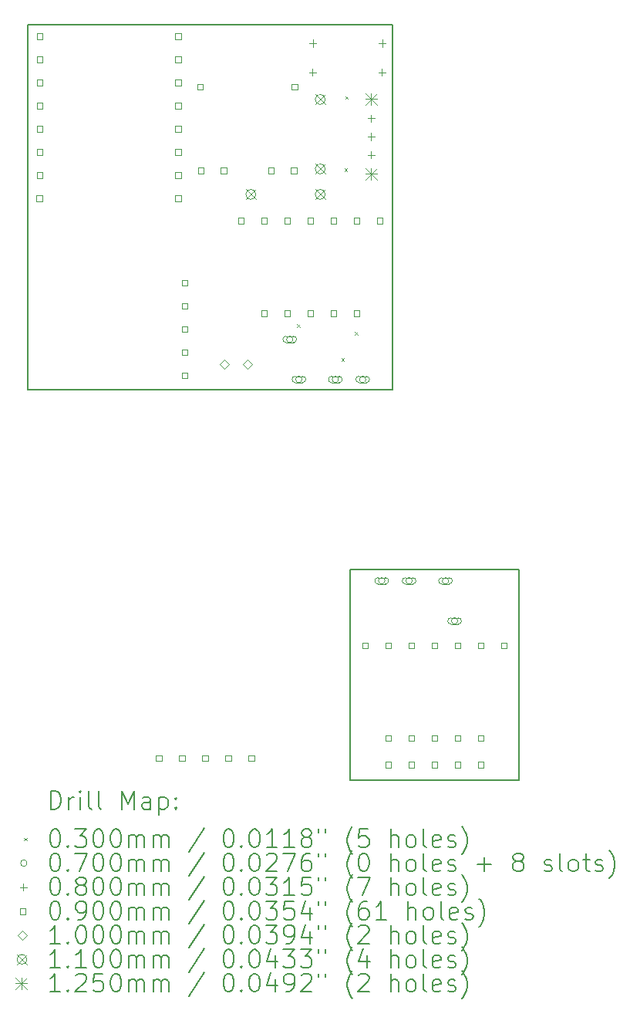
<source format=gbr>
%TF.GenerationSoftware,KiCad,Pcbnew,9.0.2*%
%TF.CreationDate,2025-07-09T02:03:54-04:00*%
%TF.ProjectId,FBT,4642542e-6b69-4636-9164-5f7063625858,rev?*%
%TF.SameCoordinates,Original*%
%TF.FileFunction,Drillmap*%
%TF.FilePolarity,Positive*%
%FSLAX45Y45*%
G04 Gerber Fmt 4.5, Leading zero omitted, Abs format (unit mm)*
G04 Created by KiCad (PCBNEW 9.0.2) date 2025-07-09 02:03:54*
%MOMM*%
%LPD*%
G01*
G04 APERTURE LIST*
%ADD10C,0.200000*%
%ADD11C,0.100000*%
%ADD12C,0.110000*%
%ADD13C,0.125000*%
G04 APERTURE END LIST*
D10*
X16539000Y-10973000D02*
X18389000Y-10973000D01*
X18389000Y-13283000D01*
X16539000Y-13283000D01*
X16539000Y-10973000D01*
X13000000Y-5000000D02*
X17000000Y-5000000D01*
X17000000Y-9000000D01*
X13000000Y-9000000D01*
X13000000Y-5000000D01*
D11*
X15955000Y-8285000D02*
X15985000Y-8315000D01*
X15985000Y-8285000D02*
X15955000Y-8315000D01*
X16442750Y-8657250D02*
X16472750Y-8687250D01*
X16472750Y-8657250D02*
X16442750Y-8687250D01*
X16475000Y-6575000D02*
X16505000Y-6605000D01*
X16505000Y-6575000D02*
X16475000Y-6605000D01*
X16485000Y-5785000D02*
X16515000Y-5815000D01*
X16515000Y-5785000D02*
X16485000Y-5815000D01*
X16590000Y-8370000D02*
X16620000Y-8400000D01*
X16620000Y-8370000D02*
X16590000Y-8400000D01*
X15910500Y-8450000D02*
G75*
G02*
X15840500Y-8450000I-35000J0D01*
G01*
X15840500Y-8450000D02*
G75*
G02*
X15910500Y-8450000I35000J0D01*
G01*
X15915500Y-8415000D02*
X15835500Y-8415000D01*
X15835500Y-8485000D02*
G75*
G02*
X15835500Y-8415000I0J35000D01*
G01*
X15835500Y-8485000D02*
X15915500Y-8485000D01*
X15915500Y-8485000D02*
G75*
G03*
X15915500Y-8415000I0J35000D01*
G01*
X16010500Y-8890000D02*
G75*
G02*
X15940500Y-8890000I-35000J0D01*
G01*
X15940500Y-8890000D02*
G75*
G02*
X16010500Y-8890000I35000J0D01*
G01*
X16015500Y-8855000D02*
X15935500Y-8855000D01*
X15935500Y-8925000D02*
G75*
G02*
X15935500Y-8855000I0J35000D01*
G01*
X15935500Y-8925000D02*
X16015500Y-8925000D01*
X16015500Y-8925000D02*
G75*
G03*
X16015500Y-8855000I0J35000D01*
G01*
X16410500Y-8890000D02*
G75*
G02*
X16340500Y-8890000I-35000J0D01*
G01*
X16340500Y-8890000D02*
G75*
G02*
X16410500Y-8890000I35000J0D01*
G01*
X16415500Y-8855000D02*
X16335500Y-8855000D01*
X16335500Y-8925000D02*
G75*
G02*
X16335500Y-8855000I0J35000D01*
G01*
X16335500Y-8925000D02*
X16415500Y-8925000D01*
X16415500Y-8925000D02*
G75*
G03*
X16415500Y-8855000I0J35000D01*
G01*
X16710500Y-8890000D02*
G75*
G02*
X16640500Y-8890000I-35000J0D01*
G01*
X16640500Y-8890000D02*
G75*
G02*
X16710500Y-8890000I35000J0D01*
G01*
X16715500Y-8855000D02*
X16635500Y-8855000D01*
X16635500Y-8925000D02*
G75*
G02*
X16635500Y-8855000I0J35000D01*
G01*
X16635500Y-8925000D02*
X16715500Y-8925000D01*
X16715500Y-8925000D02*
G75*
G03*
X16715500Y-8855000I0J35000D01*
G01*
X16920000Y-11100000D02*
G75*
G02*
X16850000Y-11100000I-35000J0D01*
G01*
X16850000Y-11100000D02*
G75*
G02*
X16920000Y-11100000I35000J0D01*
G01*
X16845000Y-11135000D02*
X16925000Y-11135000D01*
X16925000Y-11065000D02*
G75*
G02*
X16925000Y-11135000I0J-35000D01*
G01*
X16925000Y-11065000D02*
X16845000Y-11065000D01*
X16845000Y-11065000D02*
G75*
G03*
X16845000Y-11135000I0J-35000D01*
G01*
X17220000Y-11100000D02*
G75*
G02*
X17150000Y-11100000I-35000J0D01*
G01*
X17150000Y-11100000D02*
G75*
G02*
X17220000Y-11100000I35000J0D01*
G01*
X17145000Y-11135000D02*
X17225000Y-11135000D01*
X17225000Y-11065000D02*
G75*
G02*
X17225000Y-11135000I0J-35000D01*
G01*
X17225000Y-11065000D02*
X17145000Y-11065000D01*
X17145000Y-11065000D02*
G75*
G03*
X17145000Y-11135000I0J-35000D01*
G01*
X17620000Y-11100000D02*
G75*
G02*
X17550000Y-11100000I-35000J0D01*
G01*
X17550000Y-11100000D02*
G75*
G02*
X17620000Y-11100000I35000J0D01*
G01*
X17545000Y-11135000D02*
X17625000Y-11135000D01*
X17625000Y-11065000D02*
G75*
G02*
X17625000Y-11135000I0J-35000D01*
G01*
X17625000Y-11065000D02*
X17545000Y-11065000D01*
X17545000Y-11065000D02*
G75*
G03*
X17545000Y-11135000I0J-35000D01*
G01*
X17720000Y-11540000D02*
G75*
G02*
X17650000Y-11540000I-35000J0D01*
G01*
X17650000Y-11540000D02*
G75*
G02*
X17720000Y-11540000I35000J0D01*
G01*
X17645000Y-11575000D02*
X17725000Y-11575000D01*
X17725000Y-11505000D02*
G75*
G02*
X17725000Y-11575000I0J-35000D01*
G01*
X17725000Y-11505000D02*
X17645000Y-11505000D01*
X17645000Y-11505000D02*
G75*
G03*
X17645000Y-11575000I0J-35000D01*
G01*
X16125000Y-5480000D02*
X16125000Y-5560000D01*
X16085000Y-5520000D02*
X16165000Y-5520000D01*
X16128000Y-5160000D02*
X16128000Y-5240000D01*
X16088000Y-5200000D02*
X16168000Y-5200000D01*
X16770000Y-5985000D02*
X16770000Y-6065000D01*
X16730000Y-6025000D02*
X16810000Y-6025000D01*
X16770000Y-6185000D02*
X16770000Y-6265000D01*
X16730000Y-6225000D02*
X16810000Y-6225000D01*
X16770000Y-6385000D02*
X16770000Y-6465000D01*
X16730000Y-6425000D02*
X16810000Y-6425000D01*
X16887000Y-5480000D02*
X16887000Y-5560000D01*
X16847000Y-5520000D02*
X16927000Y-5520000D01*
X16890000Y-5160000D02*
X16890000Y-5240000D01*
X16850000Y-5200000D02*
X16930000Y-5200000D01*
X13159420Y-6935959D02*
X13159420Y-6872319D01*
X13095780Y-6872319D01*
X13095780Y-6935959D01*
X13159420Y-6935959D01*
X13163420Y-5157959D02*
X13163420Y-5094319D01*
X13099780Y-5094319D01*
X13099780Y-5157959D01*
X13163420Y-5157959D01*
X13163420Y-5411959D02*
X13163420Y-5348319D01*
X13099780Y-5348319D01*
X13099780Y-5411959D01*
X13163420Y-5411959D01*
X13163420Y-5665959D02*
X13163420Y-5602319D01*
X13099780Y-5602319D01*
X13099780Y-5665959D01*
X13163420Y-5665959D01*
X13163420Y-5919959D02*
X13163420Y-5856319D01*
X13099780Y-5856319D01*
X13099780Y-5919959D01*
X13163420Y-5919959D01*
X13163420Y-6173959D02*
X13163420Y-6110319D01*
X13099780Y-6110319D01*
X13099780Y-6173959D01*
X13163420Y-6173959D01*
X13163420Y-6427959D02*
X13163420Y-6364319D01*
X13099780Y-6364319D01*
X13099780Y-6427959D01*
X13163420Y-6427959D01*
X13163420Y-6681959D02*
X13163420Y-6618319D01*
X13099780Y-6618319D01*
X13099780Y-6681959D01*
X13163420Y-6681959D01*
X14468220Y-13079420D02*
X14468220Y-13015780D01*
X14404580Y-13015780D01*
X14404580Y-13079420D01*
X14468220Y-13079420D01*
X14683420Y-5157959D02*
X14683420Y-5094319D01*
X14619780Y-5094319D01*
X14619780Y-5157959D01*
X14683420Y-5157959D01*
X14683420Y-5411959D02*
X14683420Y-5348319D01*
X14619780Y-5348319D01*
X14619780Y-5411959D01*
X14683420Y-5411959D01*
X14683420Y-5665959D02*
X14683420Y-5602319D01*
X14619780Y-5602319D01*
X14619780Y-5665959D01*
X14683420Y-5665959D01*
X14683420Y-5919959D02*
X14683420Y-5856319D01*
X14619780Y-5856319D01*
X14619780Y-5919959D01*
X14683420Y-5919959D01*
X14683420Y-6173959D02*
X14683420Y-6110319D01*
X14619780Y-6110319D01*
X14619780Y-6173959D01*
X14683420Y-6173959D01*
X14683420Y-6427959D02*
X14683420Y-6364319D01*
X14619780Y-6364319D01*
X14619780Y-6427959D01*
X14683420Y-6427959D01*
X14683420Y-6681959D02*
X14683420Y-6618319D01*
X14619780Y-6618319D01*
X14619780Y-6681959D01*
X14683420Y-6681959D01*
X14683420Y-6935959D02*
X14683420Y-6872319D01*
X14619780Y-6872319D01*
X14619780Y-6935959D01*
X14683420Y-6935959D01*
X14722220Y-13079420D02*
X14722220Y-13015780D01*
X14658580Y-13015780D01*
X14658580Y-13079420D01*
X14722220Y-13079420D01*
X14751820Y-7863820D02*
X14751820Y-7800180D01*
X14688180Y-7800180D01*
X14688180Y-7863820D01*
X14751820Y-7863820D01*
X14751820Y-8117820D02*
X14751820Y-8054180D01*
X14688180Y-8054180D01*
X14688180Y-8117820D01*
X14751820Y-8117820D01*
X14751820Y-8371820D02*
X14751820Y-8308180D01*
X14688180Y-8308180D01*
X14688180Y-8371820D01*
X14751820Y-8371820D01*
X14751820Y-8625820D02*
X14751820Y-8562180D01*
X14688180Y-8562180D01*
X14688180Y-8625820D01*
X14751820Y-8625820D01*
X14751820Y-8879820D02*
X14751820Y-8816180D01*
X14688180Y-8816180D01*
X14688180Y-8879820D01*
X14751820Y-8879820D01*
X14921820Y-5711820D02*
X14921820Y-5648180D01*
X14858180Y-5648180D01*
X14858180Y-5711820D01*
X14921820Y-5711820D01*
X14931820Y-6631820D02*
X14931820Y-6568180D01*
X14868180Y-6568180D01*
X14868180Y-6631820D01*
X14931820Y-6631820D01*
X14976220Y-13079420D02*
X14976220Y-13015780D01*
X14912580Y-13015780D01*
X14912580Y-13079420D01*
X14976220Y-13079420D01*
X15181820Y-6631820D02*
X15181820Y-6568180D01*
X15118180Y-6568180D01*
X15118180Y-6631820D01*
X15181820Y-6631820D01*
X15230220Y-13079420D02*
X15230220Y-13015780D01*
X15166580Y-13015780D01*
X15166580Y-13079420D01*
X15230220Y-13079420D01*
X15371820Y-7181820D02*
X15371820Y-7118180D01*
X15308180Y-7118180D01*
X15308180Y-7181820D01*
X15371820Y-7181820D01*
X15484220Y-13079420D02*
X15484220Y-13015780D01*
X15420580Y-13015780D01*
X15420580Y-13079420D01*
X15484220Y-13079420D01*
X15625820Y-7181820D02*
X15625820Y-7118180D01*
X15562180Y-7118180D01*
X15562180Y-7181820D01*
X15625820Y-7181820D01*
X15625820Y-8197820D02*
X15625820Y-8134180D01*
X15562180Y-8134180D01*
X15562180Y-8197820D01*
X15625820Y-8197820D01*
X15701820Y-6631820D02*
X15701820Y-6568180D01*
X15638180Y-6568180D01*
X15638180Y-6631820D01*
X15701820Y-6631820D01*
X15879820Y-7181820D02*
X15879820Y-7118180D01*
X15816180Y-7118180D01*
X15816180Y-7181820D01*
X15879820Y-7181820D01*
X15879820Y-8197820D02*
X15879820Y-8134180D01*
X15816180Y-8134180D01*
X15816180Y-8197820D01*
X15879820Y-8197820D01*
X15951820Y-6631820D02*
X15951820Y-6568180D01*
X15888180Y-6568180D01*
X15888180Y-6631820D01*
X15951820Y-6631820D01*
X15961820Y-5711820D02*
X15961820Y-5648180D01*
X15898180Y-5648180D01*
X15898180Y-5711820D01*
X15961820Y-5711820D01*
X16133820Y-7181820D02*
X16133820Y-7118180D01*
X16070180Y-7118180D01*
X16070180Y-7181820D01*
X16133820Y-7181820D01*
X16133820Y-8197820D02*
X16133820Y-8134180D01*
X16070180Y-8134180D01*
X16070180Y-8197820D01*
X16133820Y-8197820D01*
X16387820Y-7181820D02*
X16387820Y-7118180D01*
X16324180Y-7118180D01*
X16324180Y-7181820D01*
X16387820Y-7181820D01*
X16387820Y-8197820D02*
X16387820Y-8134180D01*
X16324180Y-8134180D01*
X16324180Y-8197820D01*
X16387820Y-8197820D01*
X16641820Y-7181820D02*
X16641820Y-7118180D01*
X16578180Y-7118180D01*
X16578180Y-7181820D01*
X16641820Y-7181820D01*
X16641820Y-8197820D02*
X16641820Y-8134180D01*
X16578180Y-8134180D01*
X16578180Y-8197820D01*
X16641820Y-8197820D01*
X16733820Y-11841820D02*
X16733820Y-11778180D01*
X16670180Y-11778180D01*
X16670180Y-11841820D01*
X16733820Y-11841820D01*
X16895820Y-7181820D02*
X16895820Y-7118180D01*
X16832180Y-7118180D01*
X16832180Y-7181820D01*
X16895820Y-7181820D01*
X16987820Y-11841820D02*
X16987820Y-11778180D01*
X16924180Y-11778180D01*
X16924180Y-11841820D01*
X16987820Y-11841820D01*
X16987820Y-12857820D02*
X16987820Y-12794180D01*
X16924180Y-12794180D01*
X16924180Y-12857820D01*
X16987820Y-12857820D01*
X16987820Y-13149820D02*
X16987820Y-13086180D01*
X16924180Y-13086180D01*
X16924180Y-13149820D01*
X16987820Y-13149820D01*
X17241820Y-11841820D02*
X17241820Y-11778180D01*
X17178180Y-11778180D01*
X17178180Y-11841820D01*
X17241820Y-11841820D01*
X17241820Y-12857820D02*
X17241820Y-12794180D01*
X17178180Y-12794180D01*
X17178180Y-12857820D01*
X17241820Y-12857820D01*
X17241820Y-13149820D02*
X17241820Y-13086180D01*
X17178180Y-13086180D01*
X17178180Y-13149820D01*
X17241820Y-13149820D01*
X17495820Y-11841820D02*
X17495820Y-11778180D01*
X17432180Y-11778180D01*
X17432180Y-11841820D01*
X17495820Y-11841820D01*
X17495820Y-12857820D02*
X17495820Y-12794180D01*
X17432180Y-12794180D01*
X17432180Y-12857820D01*
X17495820Y-12857820D01*
X17495820Y-13149820D02*
X17495820Y-13086180D01*
X17432180Y-13086180D01*
X17432180Y-13149820D01*
X17495820Y-13149820D01*
X17749820Y-11841820D02*
X17749820Y-11778180D01*
X17686180Y-11778180D01*
X17686180Y-11841820D01*
X17749820Y-11841820D01*
X17749820Y-12857820D02*
X17749820Y-12794180D01*
X17686180Y-12794180D01*
X17686180Y-12857820D01*
X17749820Y-12857820D01*
X17749820Y-13149820D02*
X17749820Y-13086180D01*
X17686180Y-13086180D01*
X17686180Y-13149820D01*
X17749820Y-13149820D01*
X18003820Y-11841820D02*
X18003820Y-11778180D01*
X17940180Y-11778180D01*
X17940180Y-11841820D01*
X18003820Y-11841820D01*
X18003820Y-12857820D02*
X18003820Y-12794180D01*
X17940180Y-12794180D01*
X17940180Y-12857820D01*
X18003820Y-12857820D01*
X18003820Y-13149820D02*
X18003820Y-13086180D01*
X17940180Y-13086180D01*
X17940180Y-13149820D01*
X18003820Y-13149820D01*
X18257820Y-11841820D02*
X18257820Y-11778180D01*
X18194180Y-11778180D01*
X18194180Y-11841820D01*
X18257820Y-11841820D01*
X15160000Y-8770000D02*
X15210000Y-8720000D01*
X15160000Y-8670000D01*
X15110000Y-8720000D01*
X15160000Y-8770000D01*
X15410000Y-8770000D02*
X15460000Y-8720000D01*
X15410000Y-8670000D01*
X15360000Y-8720000D01*
X15410000Y-8770000D01*
D12*
X15393000Y-6805000D02*
X15503000Y-6915000D01*
X15503000Y-6805000D02*
X15393000Y-6915000D01*
X15503000Y-6860000D02*
G75*
G02*
X15393000Y-6860000I-55000J0D01*
G01*
X15393000Y-6860000D02*
G75*
G02*
X15503000Y-6860000I55000J0D01*
G01*
X16155000Y-5763000D02*
X16265000Y-5873000D01*
X16265000Y-5763000D02*
X16155000Y-5873000D01*
X16265000Y-5818000D02*
G75*
G02*
X16155000Y-5818000I-55000J0D01*
G01*
X16155000Y-5818000D02*
G75*
G02*
X16265000Y-5818000I55000J0D01*
G01*
X16155000Y-6525000D02*
X16265000Y-6635000D01*
X16265000Y-6525000D02*
X16155000Y-6635000D01*
X16265000Y-6580000D02*
G75*
G02*
X16155000Y-6580000I-55000J0D01*
G01*
X16155000Y-6580000D02*
G75*
G02*
X16265000Y-6580000I55000J0D01*
G01*
X16155000Y-6805000D02*
X16265000Y-6915000D01*
X16265000Y-6805000D02*
X16155000Y-6915000D01*
X16265000Y-6860000D02*
G75*
G02*
X16155000Y-6860000I-55000J0D01*
G01*
X16155000Y-6860000D02*
G75*
G02*
X16265000Y-6860000I55000J0D01*
G01*
D13*
X16707500Y-5752500D02*
X16832500Y-5877500D01*
X16832500Y-5752500D02*
X16707500Y-5877500D01*
X16770000Y-5752500D02*
X16770000Y-5877500D01*
X16707500Y-5815000D02*
X16832500Y-5815000D01*
X16707500Y-6572500D02*
X16832500Y-6697500D01*
X16832500Y-6572500D02*
X16707500Y-6697500D01*
X16770000Y-6572500D02*
X16770000Y-6697500D01*
X16707500Y-6635000D02*
X16832500Y-6635000D01*
D10*
X13250777Y-13604484D02*
X13250777Y-13404484D01*
X13250777Y-13404484D02*
X13298396Y-13404484D01*
X13298396Y-13404484D02*
X13326967Y-13414008D01*
X13326967Y-13414008D02*
X13346015Y-13433055D01*
X13346015Y-13433055D02*
X13355539Y-13452103D01*
X13355539Y-13452103D02*
X13365062Y-13490198D01*
X13365062Y-13490198D02*
X13365062Y-13518769D01*
X13365062Y-13518769D02*
X13355539Y-13556865D01*
X13355539Y-13556865D02*
X13346015Y-13575912D01*
X13346015Y-13575912D02*
X13326967Y-13594960D01*
X13326967Y-13594960D02*
X13298396Y-13604484D01*
X13298396Y-13604484D02*
X13250777Y-13604484D01*
X13450777Y-13604484D02*
X13450777Y-13471150D01*
X13450777Y-13509246D02*
X13460301Y-13490198D01*
X13460301Y-13490198D02*
X13469824Y-13480674D01*
X13469824Y-13480674D02*
X13488872Y-13471150D01*
X13488872Y-13471150D02*
X13507920Y-13471150D01*
X13574586Y-13604484D02*
X13574586Y-13471150D01*
X13574586Y-13404484D02*
X13565062Y-13414008D01*
X13565062Y-13414008D02*
X13574586Y-13423531D01*
X13574586Y-13423531D02*
X13584110Y-13414008D01*
X13584110Y-13414008D02*
X13574586Y-13404484D01*
X13574586Y-13404484D02*
X13574586Y-13423531D01*
X13698396Y-13604484D02*
X13679348Y-13594960D01*
X13679348Y-13594960D02*
X13669824Y-13575912D01*
X13669824Y-13575912D02*
X13669824Y-13404484D01*
X13803158Y-13604484D02*
X13784110Y-13594960D01*
X13784110Y-13594960D02*
X13774586Y-13575912D01*
X13774586Y-13575912D02*
X13774586Y-13404484D01*
X14031729Y-13604484D02*
X14031729Y-13404484D01*
X14031729Y-13404484D02*
X14098396Y-13547341D01*
X14098396Y-13547341D02*
X14165062Y-13404484D01*
X14165062Y-13404484D02*
X14165062Y-13604484D01*
X14346015Y-13604484D02*
X14346015Y-13499722D01*
X14346015Y-13499722D02*
X14336491Y-13480674D01*
X14336491Y-13480674D02*
X14317443Y-13471150D01*
X14317443Y-13471150D02*
X14279348Y-13471150D01*
X14279348Y-13471150D02*
X14260301Y-13480674D01*
X14346015Y-13594960D02*
X14326967Y-13604484D01*
X14326967Y-13604484D02*
X14279348Y-13604484D01*
X14279348Y-13604484D02*
X14260301Y-13594960D01*
X14260301Y-13594960D02*
X14250777Y-13575912D01*
X14250777Y-13575912D02*
X14250777Y-13556865D01*
X14250777Y-13556865D02*
X14260301Y-13537817D01*
X14260301Y-13537817D02*
X14279348Y-13528293D01*
X14279348Y-13528293D02*
X14326967Y-13528293D01*
X14326967Y-13528293D02*
X14346015Y-13518769D01*
X14441253Y-13471150D02*
X14441253Y-13671150D01*
X14441253Y-13480674D02*
X14460301Y-13471150D01*
X14460301Y-13471150D02*
X14498396Y-13471150D01*
X14498396Y-13471150D02*
X14517443Y-13480674D01*
X14517443Y-13480674D02*
X14526967Y-13490198D01*
X14526967Y-13490198D02*
X14536491Y-13509246D01*
X14536491Y-13509246D02*
X14536491Y-13566388D01*
X14536491Y-13566388D02*
X14526967Y-13585436D01*
X14526967Y-13585436D02*
X14517443Y-13594960D01*
X14517443Y-13594960D02*
X14498396Y-13604484D01*
X14498396Y-13604484D02*
X14460301Y-13604484D01*
X14460301Y-13604484D02*
X14441253Y-13594960D01*
X14622205Y-13585436D02*
X14631729Y-13594960D01*
X14631729Y-13594960D02*
X14622205Y-13604484D01*
X14622205Y-13604484D02*
X14612682Y-13594960D01*
X14612682Y-13594960D02*
X14622205Y-13585436D01*
X14622205Y-13585436D02*
X14622205Y-13604484D01*
X14622205Y-13480674D02*
X14631729Y-13490198D01*
X14631729Y-13490198D02*
X14622205Y-13499722D01*
X14622205Y-13499722D02*
X14612682Y-13490198D01*
X14612682Y-13490198D02*
X14622205Y-13480674D01*
X14622205Y-13480674D02*
X14622205Y-13499722D01*
D11*
X12960000Y-13918000D02*
X12990000Y-13948000D01*
X12990000Y-13918000D02*
X12960000Y-13948000D01*
D10*
X13288872Y-13824484D02*
X13307920Y-13824484D01*
X13307920Y-13824484D02*
X13326967Y-13834008D01*
X13326967Y-13834008D02*
X13336491Y-13843531D01*
X13336491Y-13843531D02*
X13346015Y-13862579D01*
X13346015Y-13862579D02*
X13355539Y-13900674D01*
X13355539Y-13900674D02*
X13355539Y-13948293D01*
X13355539Y-13948293D02*
X13346015Y-13986388D01*
X13346015Y-13986388D02*
X13336491Y-14005436D01*
X13336491Y-14005436D02*
X13326967Y-14014960D01*
X13326967Y-14014960D02*
X13307920Y-14024484D01*
X13307920Y-14024484D02*
X13288872Y-14024484D01*
X13288872Y-14024484D02*
X13269824Y-14014960D01*
X13269824Y-14014960D02*
X13260301Y-14005436D01*
X13260301Y-14005436D02*
X13250777Y-13986388D01*
X13250777Y-13986388D02*
X13241253Y-13948293D01*
X13241253Y-13948293D02*
X13241253Y-13900674D01*
X13241253Y-13900674D02*
X13250777Y-13862579D01*
X13250777Y-13862579D02*
X13260301Y-13843531D01*
X13260301Y-13843531D02*
X13269824Y-13834008D01*
X13269824Y-13834008D02*
X13288872Y-13824484D01*
X13441253Y-14005436D02*
X13450777Y-14014960D01*
X13450777Y-14014960D02*
X13441253Y-14024484D01*
X13441253Y-14024484D02*
X13431729Y-14014960D01*
X13431729Y-14014960D02*
X13441253Y-14005436D01*
X13441253Y-14005436D02*
X13441253Y-14024484D01*
X13517443Y-13824484D02*
X13641253Y-13824484D01*
X13641253Y-13824484D02*
X13574586Y-13900674D01*
X13574586Y-13900674D02*
X13603158Y-13900674D01*
X13603158Y-13900674D02*
X13622205Y-13910198D01*
X13622205Y-13910198D02*
X13631729Y-13919722D01*
X13631729Y-13919722D02*
X13641253Y-13938769D01*
X13641253Y-13938769D02*
X13641253Y-13986388D01*
X13641253Y-13986388D02*
X13631729Y-14005436D01*
X13631729Y-14005436D02*
X13622205Y-14014960D01*
X13622205Y-14014960D02*
X13603158Y-14024484D01*
X13603158Y-14024484D02*
X13546015Y-14024484D01*
X13546015Y-14024484D02*
X13526967Y-14014960D01*
X13526967Y-14014960D02*
X13517443Y-14005436D01*
X13765062Y-13824484D02*
X13784110Y-13824484D01*
X13784110Y-13824484D02*
X13803158Y-13834008D01*
X13803158Y-13834008D02*
X13812682Y-13843531D01*
X13812682Y-13843531D02*
X13822205Y-13862579D01*
X13822205Y-13862579D02*
X13831729Y-13900674D01*
X13831729Y-13900674D02*
X13831729Y-13948293D01*
X13831729Y-13948293D02*
X13822205Y-13986388D01*
X13822205Y-13986388D02*
X13812682Y-14005436D01*
X13812682Y-14005436D02*
X13803158Y-14014960D01*
X13803158Y-14014960D02*
X13784110Y-14024484D01*
X13784110Y-14024484D02*
X13765062Y-14024484D01*
X13765062Y-14024484D02*
X13746015Y-14014960D01*
X13746015Y-14014960D02*
X13736491Y-14005436D01*
X13736491Y-14005436D02*
X13726967Y-13986388D01*
X13726967Y-13986388D02*
X13717443Y-13948293D01*
X13717443Y-13948293D02*
X13717443Y-13900674D01*
X13717443Y-13900674D02*
X13726967Y-13862579D01*
X13726967Y-13862579D02*
X13736491Y-13843531D01*
X13736491Y-13843531D02*
X13746015Y-13834008D01*
X13746015Y-13834008D02*
X13765062Y-13824484D01*
X13955539Y-13824484D02*
X13974586Y-13824484D01*
X13974586Y-13824484D02*
X13993634Y-13834008D01*
X13993634Y-13834008D02*
X14003158Y-13843531D01*
X14003158Y-13843531D02*
X14012682Y-13862579D01*
X14012682Y-13862579D02*
X14022205Y-13900674D01*
X14022205Y-13900674D02*
X14022205Y-13948293D01*
X14022205Y-13948293D02*
X14012682Y-13986388D01*
X14012682Y-13986388D02*
X14003158Y-14005436D01*
X14003158Y-14005436D02*
X13993634Y-14014960D01*
X13993634Y-14014960D02*
X13974586Y-14024484D01*
X13974586Y-14024484D02*
X13955539Y-14024484D01*
X13955539Y-14024484D02*
X13936491Y-14014960D01*
X13936491Y-14014960D02*
X13926967Y-14005436D01*
X13926967Y-14005436D02*
X13917443Y-13986388D01*
X13917443Y-13986388D02*
X13907920Y-13948293D01*
X13907920Y-13948293D02*
X13907920Y-13900674D01*
X13907920Y-13900674D02*
X13917443Y-13862579D01*
X13917443Y-13862579D02*
X13926967Y-13843531D01*
X13926967Y-13843531D02*
X13936491Y-13834008D01*
X13936491Y-13834008D02*
X13955539Y-13824484D01*
X14107920Y-14024484D02*
X14107920Y-13891150D01*
X14107920Y-13910198D02*
X14117443Y-13900674D01*
X14117443Y-13900674D02*
X14136491Y-13891150D01*
X14136491Y-13891150D02*
X14165063Y-13891150D01*
X14165063Y-13891150D02*
X14184110Y-13900674D01*
X14184110Y-13900674D02*
X14193634Y-13919722D01*
X14193634Y-13919722D02*
X14193634Y-14024484D01*
X14193634Y-13919722D02*
X14203158Y-13900674D01*
X14203158Y-13900674D02*
X14222205Y-13891150D01*
X14222205Y-13891150D02*
X14250777Y-13891150D01*
X14250777Y-13891150D02*
X14269824Y-13900674D01*
X14269824Y-13900674D02*
X14279348Y-13919722D01*
X14279348Y-13919722D02*
X14279348Y-14024484D01*
X14374586Y-14024484D02*
X14374586Y-13891150D01*
X14374586Y-13910198D02*
X14384110Y-13900674D01*
X14384110Y-13900674D02*
X14403158Y-13891150D01*
X14403158Y-13891150D02*
X14431729Y-13891150D01*
X14431729Y-13891150D02*
X14450777Y-13900674D01*
X14450777Y-13900674D02*
X14460301Y-13919722D01*
X14460301Y-13919722D02*
X14460301Y-14024484D01*
X14460301Y-13919722D02*
X14469824Y-13900674D01*
X14469824Y-13900674D02*
X14488872Y-13891150D01*
X14488872Y-13891150D02*
X14517443Y-13891150D01*
X14517443Y-13891150D02*
X14536491Y-13900674D01*
X14536491Y-13900674D02*
X14546015Y-13919722D01*
X14546015Y-13919722D02*
X14546015Y-14024484D01*
X14936491Y-13814960D02*
X14765063Y-14072103D01*
X15193634Y-13824484D02*
X15212682Y-13824484D01*
X15212682Y-13824484D02*
X15231729Y-13834008D01*
X15231729Y-13834008D02*
X15241253Y-13843531D01*
X15241253Y-13843531D02*
X15250777Y-13862579D01*
X15250777Y-13862579D02*
X15260301Y-13900674D01*
X15260301Y-13900674D02*
X15260301Y-13948293D01*
X15260301Y-13948293D02*
X15250777Y-13986388D01*
X15250777Y-13986388D02*
X15241253Y-14005436D01*
X15241253Y-14005436D02*
X15231729Y-14014960D01*
X15231729Y-14014960D02*
X15212682Y-14024484D01*
X15212682Y-14024484D02*
X15193634Y-14024484D01*
X15193634Y-14024484D02*
X15174586Y-14014960D01*
X15174586Y-14014960D02*
X15165063Y-14005436D01*
X15165063Y-14005436D02*
X15155539Y-13986388D01*
X15155539Y-13986388D02*
X15146015Y-13948293D01*
X15146015Y-13948293D02*
X15146015Y-13900674D01*
X15146015Y-13900674D02*
X15155539Y-13862579D01*
X15155539Y-13862579D02*
X15165063Y-13843531D01*
X15165063Y-13843531D02*
X15174586Y-13834008D01*
X15174586Y-13834008D02*
X15193634Y-13824484D01*
X15346015Y-14005436D02*
X15355539Y-14014960D01*
X15355539Y-14014960D02*
X15346015Y-14024484D01*
X15346015Y-14024484D02*
X15336491Y-14014960D01*
X15336491Y-14014960D02*
X15346015Y-14005436D01*
X15346015Y-14005436D02*
X15346015Y-14024484D01*
X15479348Y-13824484D02*
X15498396Y-13824484D01*
X15498396Y-13824484D02*
X15517444Y-13834008D01*
X15517444Y-13834008D02*
X15526967Y-13843531D01*
X15526967Y-13843531D02*
X15536491Y-13862579D01*
X15536491Y-13862579D02*
X15546015Y-13900674D01*
X15546015Y-13900674D02*
X15546015Y-13948293D01*
X15546015Y-13948293D02*
X15536491Y-13986388D01*
X15536491Y-13986388D02*
X15526967Y-14005436D01*
X15526967Y-14005436D02*
X15517444Y-14014960D01*
X15517444Y-14014960D02*
X15498396Y-14024484D01*
X15498396Y-14024484D02*
X15479348Y-14024484D01*
X15479348Y-14024484D02*
X15460301Y-14014960D01*
X15460301Y-14014960D02*
X15450777Y-14005436D01*
X15450777Y-14005436D02*
X15441253Y-13986388D01*
X15441253Y-13986388D02*
X15431729Y-13948293D01*
X15431729Y-13948293D02*
X15431729Y-13900674D01*
X15431729Y-13900674D02*
X15441253Y-13862579D01*
X15441253Y-13862579D02*
X15450777Y-13843531D01*
X15450777Y-13843531D02*
X15460301Y-13834008D01*
X15460301Y-13834008D02*
X15479348Y-13824484D01*
X15736491Y-14024484D02*
X15622206Y-14024484D01*
X15679348Y-14024484D02*
X15679348Y-13824484D01*
X15679348Y-13824484D02*
X15660301Y-13853055D01*
X15660301Y-13853055D02*
X15641253Y-13872103D01*
X15641253Y-13872103D02*
X15622206Y-13881627D01*
X15926967Y-14024484D02*
X15812682Y-14024484D01*
X15869825Y-14024484D02*
X15869825Y-13824484D01*
X15869825Y-13824484D02*
X15850777Y-13853055D01*
X15850777Y-13853055D02*
X15831729Y-13872103D01*
X15831729Y-13872103D02*
X15812682Y-13881627D01*
X16041253Y-13910198D02*
X16022206Y-13900674D01*
X16022206Y-13900674D02*
X16012682Y-13891150D01*
X16012682Y-13891150D02*
X16003158Y-13872103D01*
X16003158Y-13872103D02*
X16003158Y-13862579D01*
X16003158Y-13862579D02*
X16012682Y-13843531D01*
X16012682Y-13843531D02*
X16022206Y-13834008D01*
X16022206Y-13834008D02*
X16041253Y-13824484D01*
X16041253Y-13824484D02*
X16079348Y-13824484D01*
X16079348Y-13824484D02*
X16098396Y-13834008D01*
X16098396Y-13834008D02*
X16107920Y-13843531D01*
X16107920Y-13843531D02*
X16117444Y-13862579D01*
X16117444Y-13862579D02*
X16117444Y-13872103D01*
X16117444Y-13872103D02*
X16107920Y-13891150D01*
X16107920Y-13891150D02*
X16098396Y-13900674D01*
X16098396Y-13900674D02*
X16079348Y-13910198D01*
X16079348Y-13910198D02*
X16041253Y-13910198D01*
X16041253Y-13910198D02*
X16022206Y-13919722D01*
X16022206Y-13919722D02*
X16012682Y-13929246D01*
X16012682Y-13929246D02*
X16003158Y-13948293D01*
X16003158Y-13948293D02*
X16003158Y-13986388D01*
X16003158Y-13986388D02*
X16012682Y-14005436D01*
X16012682Y-14005436D02*
X16022206Y-14014960D01*
X16022206Y-14014960D02*
X16041253Y-14024484D01*
X16041253Y-14024484D02*
X16079348Y-14024484D01*
X16079348Y-14024484D02*
X16098396Y-14014960D01*
X16098396Y-14014960D02*
X16107920Y-14005436D01*
X16107920Y-14005436D02*
X16117444Y-13986388D01*
X16117444Y-13986388D02*
X16117444Y-13948293D01*
X16117444Y-13948293D02*
X16107920Y-13929246D01*
X16107920Y-13929246D02*
X16098396Y-13919722D01*
X16098396Y-13919722D02*
X16079348Y-13910198D01*
X16193634Y-13824484D02*
X16193634Y-13862579D01*
X16269825Y-13824484D02*
X16269825Y-13862579D01*
X16565063Y-14100674D02*
X16555539Y-14091150D01*
X16555539Y-14091150D02*
X16536491Y-14062579D01*
X16536491Y-14062579D02*
X16526968Y-14043531D01*
X16526968Y-14043531D02*
X16517444Y-14014960D01*
X16517444Y-14014960D02*
X16507920Y-13967341D01*
X16507920Y-13967341D02*
X16507920Y-13929246D01*
X16507920Y-13929246D02*
X16517444Y-13881627D01*
X16517444Y-13881627D02*
X16526968Y-13853055D01*
X16526968Y-13853055D02*
X16536491Y-13834008D01*
X16536491Y-13834008D02*
X16555539Y-13805436D01*
X16555539Y-13805436D02*
X16565063Y-13795912D01*
X16736491Y-13824484D02*
X16641253Y-13824484D01*
X16641253Y-13824484D02*
X16631729Y-13919722D01*
X16631729Y-13919722D02*
X16641253Y-13910198D01*
X16641253Y-13910198D02*
X16660301Y-13900674D01*
X16660301Y-13900674D02*
X16707920Y-13900674D01*
X16707920Y-13900674D02*
X16726968Y-13910198D01*
X16726968Y-13910198D02*
X16736491Y-13919722D01*
X16736491Y-13919722D02*
X16746015Y-13938769D01*
X16746015Y-13938769D02*
X16746015Y-13986388D01*
X16746015Y-13986388D02*
X16736491Y-14005436D01*
X16736491Y-14005436D02*
X16726968Y-14014960D01*
X16726968Y-14014960D02*
X16707920Y-14024484D01*
X16707920Y-14024484D02*
X16660301Y-14024484D01*
X16660301Y-14024484D02*
X16641253Y-14014960D01*
X16641253Y-14014960D02*
X16631729Y-14005436D01*
X16984111Y-14024484D02*
X16984111Y-13824484D01*
X17069825Y-14024484D02*
X17069825Y-13919722D01*
X17069825Y-13919722D02*
X17060301Y-13900674D01*
X17060301Y-13900674D02*
X17041253Y-13891150D01*
X17041253Y-13891150D02*
X17012682Y-13891150D01*
X17012682Y-13891150D02*
X16993634Y-13900674D01*
X16993634Y-13900674D02*
X16984111Y-13910198D01*
X17193634Y-14024484D02*
X17174587Y-14014960D01*
X17174587Y-14014960D02*
X17165063Y-14005436D01*
X17165063Y-14005436D02*
X17155539Y-13986388D01*
X17155539Y-13986388D02*
X17155539Y-13929246D01*
X17155539Y-13929246D02*
X17165063Y-13910198D01*
X17165063Y-13910198D02*
X17174587Y-13900674D01*
X17174587Y-13900674D02*
X17193634Y-13891150D01*
X17193634Y-13891150D02*
X17222206Y-13891150D01*
X17222206Y-13891150D02*
X17241253Y-13900674D01*
X17241253Y-13900674D02*
X17250777Y-13910198D01*
X17250777Y-13910198D02*
X17260301Y-13929246D01*
X17260301Y-13929246D02*
X17260301Y-13986388D01*
X17260301Y-13986388D02*
X17250777Y-14005436D01*
X17250777Y-14005436D02*
X17241253Y-14014960D01*
X17241253Y-14014960D02*
X17222206Y-14024484D01*
X17222206Y-14024484D02*
X17193634Y-14024484D01*
X17374587Y-14024484D02*
X17355539Y-14014960D01*
X17355539Y-14014960D02*
X17346015Y-13995912D01*
X17346015Y-13995912D02*
X17346015Y-13824484D01*
X17526968Y-14014960D02*
X17507920Y-14024484D01*
X17507920Y-14024484D02*
X17469825Y-14024484D01*
X17469825Y-14024484D02*
X17450777Y-14014960D01*
X17450777Y-14014960D02*
X17441253Y-13995912D01*
X17441253Y-13995912D02*
X17441253Y-13919722D01*
X17441253Y-13919722D02*
X17450777Y-13900674D01*
X17450777Y-13900674D02*
X17469825Y-13891150D01*
X17469825Y-13891150D02*
X17507920Y-13891150D01*
X17507920Y-13891150D02*
X17526968Y-13900674D01*
X17526968Y-13900674D02*
X17536492Y-13919722D01*
X17536492Y-13919722D02*
X17536492Y-13938769D01*
X17536492Y-13938769D02*
X17441253Y-13957817D01*
X17612682Y-14014960D02*
X17631730Y-14024484D01*
X17631730Y-14024484D02*
X17669825Y-14024484D01*
X17669825Y-14024484D02*
X17688873Y-14014960D01*
X17688873Y-14014960D02*
X17698396Y-13995912D01*
X17698396Y-13995912D02*
X17698396Y-13986388D01*
X17698396Y-13986388D02*
X17688873Y-13967341D01*
X17688873Y-13967341D02*
X17669825Y-13957817D01*
X17669825Y-13957817D02*
X17641253Y-13957817D01*
X17641253Y-13957817D02*
X17622206Y-13948293D01*
X17622206Y-13948293D02*
X17612682Y-13929246D01*
X17612682Y-13929246D02*
X17612682Y-13919722D01*
X17612682Y-13919722D02*
X17622206Y-13900674D01*
X17622206Y-13900674D02*
X17641253Y-13891150D01*
X17641253Y-13891150D02*
X17669825Y-13891150D01*
X17669825Y-13891150D02*
X17688873Y-13900674D01*
X17765063Y-14100674D02*
X17774587Y-14091150D01*
X17774587Y-14091150D02*
X17793634Y-14062579D01*
X17793634Y-14062579D02*
X17803158Y-14043531D01*
X17803158Y-14043531D02*
X17812682Y-14014960D01*
X17812682Y-14014960D02*
X17822206Y-13967341D01*
X17822206Y-13967341D02*
X17822206Y-13929246D01*
X17822206Y-13929246D02*
X17812682Y-13881627D01*
X17812682Y-13881627D02*
X17803158Y-13853055D01*
X17803158Y-13853055D02*
X17793634Y-13834008D01*
X17793634Y-13834008D02*
X17774587Y-13805436D01*
X17774587Y-13805436D02*
X17765063Y-13795912D01*
D11*
X12990000Y-14197000D02*
G75*
G02*
X12920000Y-14197000I-35000J0D01*
G01*
X12920000Y-14197000D02*
G75*
G02*
X12990000Y-14197000I35000J0D01*
G01*
D10*
X13288872Y-14088484D02*
X13307920Y-14088484D01*
X13307920Y-14088484D02*
X13326967Y-14098008D01*
X13326967Y-14098008D02*
X13336491Y-14107531D01*
X13336491Y-14107531D02*
X13346015Y-14126579D01*
X13346015Y-14126579D02*
X13355539Y-14164674D01*
X13355539Y-14164674D02*
X13355539Y-14212293D01*
X13355539Y-14212293D02*
X13346015Y-14250388D01*
X13346015Y-14250388D02*
X13336491Y-14269436D01*
X13336491Y-14269436D02*
X13326967Y-14278960D01*
X13326967Y-14278960D02*
X13307920Y-14288484D01*
X13307920Y-14288484D02*
X13288872Y-14288484D01*
X13288872Y-14288484D02*
X13269824Y-14278960D01*
X13269824Y-14278960D02*
X13260301Y-14269436D01*
X13260301Y-14269436D02*
X13250777Y-14250388D01*
X13250777Y-14250388D02*
X13241253Y-14212293D01*
X13241253Y-14212293D02*
X13241253Y-14164674D01*
X13241253Y-14164674D02*
X13250777Y-14126579D01*
X13250777Y-14126579D02*
X13260301Y-14107531D01*
X13260301Y-14107531D02*
X13269824Y-14098008D01*
X13269824Y-14098008D02*
X13288872Y-14088484D01*
X13441253Y-14269436D02*
X13450777Y-14278960D01*
X13450777Y-14278960D02*
X13441253Y-14288484D01*
X13441253Y-14288484D02*
X13431729Y-14278960D01*
X13431729Y-14278960D02*
X13441253Y-14269436D01*
X13441253Y-14269436D02*
X13441253Y-14288484D01*
X13517443Y-14088484D02*
X13650777Y-14088484D01*
X13650777Y-14088484D02*
X13565062Y-14288484D01*
X13765062Y-14088484D02*
X13784110Y-14088484D01*
X13784110Y-14088484D02*
X13803158Y-14098008D01*
X13803158Y-14098008D02*
X13812682Y-14107531D01*
X13812682Y-14107531D02*
X13822205Y-14126579D01*
X13822205Y-14126579D02*
X13831729Y-14164674D01*
X13831729Y-14164674D02*
X13831729Y-14212293D01*
X13831729Y-14212293D02*
X13822205Y-14250388D01*
X13822205Y-14250388D02*
X13812682Y-14269436D01*
X13812682Y-14269436D02*
X13803158Y-14278960D01*
X13803158Y-14278960D02*
X13784110Y-14288484D01*
X13784110Y-14288484D02*
X13765062Y-14288484D01*
X13765062Y-14288484D02*
X13746015Y-14278960D01*
X13746015Y-14278960D02*
X13736491Y-14269436D01*
X13736491Y-14269436D02*
X13726967Y-14250388D01*
X13726967Y-14250388D02*
X13717443Y-14212293D01*
X13717443Y-14212293D02*
X13717443Y-14164674D01*
X13717443Y-14164674D02*
X13726967Y-14126579D01*
X13726967Y-14126579D02*
X13736491Y-14107531D01*
X13736491Y-14107531D02*
X13746015Y-14098008D01*
X13746015Y-14098008D02*
X13765062Y-14088484D01*
X13955539Y-14088484D02*
X13974586Y-14088484D01*
X13974586Y-14088484D02*
X13993634Y-14098008D01*
X13993634Y-14098008D02*
X14003158Y-14107531D01*
X14003158Y-14107531D02*
X14012682Y-14126579D01*
X14012682Y-14126579D02*
X14022205Y-14164674D01*
X14022205Y-14164674D02*
X14022205Y-14212293D01*
X14022205Y-14212293D02*
X14012682Y-14250388D01*
X14012682Y-14250388D02*
X14003158Y-14269436D01*
X14003158Y-14269436D02*
X13993634Y-14278960D01*
X13993634Y-14278960D02*
X13974586Y-14288484D01*
X13974586Y-14288484D02*
X13955539Y-14288484D01*
X13955539Y-14288484D02*
X13936491Y-14278960D01*
X13936491Y-14278960D02*
X13926967Y-14269436D01*
X13926967Y-14269436D02*
X13917443Y-14250388D01*
X13917443Y-14250388D02*
X13907920Y-14212293D01*
X13907920Y-14212293D02*
X13907920Y-14164674D01*
X13907920Y-14164674D02*
X13917443Y-14126579D01*
X13917443Y-14126579D02*
X13926967Y-14107531D01*
X13926967Y-14107531D02*
X13936491Y-14098008D01*
X13936491Y-14098008D02*
X13955539Y-14088484D01*
X14107920Y-14288484D02*
X14107920Y-14155150D01*
X14107920Y-14174198D02*
X14117443Y-14164674D01*
X14117443Y-14164674D02*
X14136491Y-14155150D01*
X14136491Y-14155150D02*
X14165063Y-14155150D01*
X14165063Y-14155150D02*
X14184110Y-14164674D01*
X14184110Y-14164674D02*
X14193634Y-14183722D01*
X14193634Y-14183722D02*
X14193634Y-14288484D01*
X14193634Y-14183722D02*
X14203158Y-14164674D01*
X14203158Y-14164674D02*
X14222205Y-14155150D01*
X14222205Y-14155150D02*
X14250777Y-14155150D01*
X14250777Y-14155150D02*
X14269824Y-14164674D01*
X14269824Y-14164674D02*
X14279348Y-14183722D01*
X14279348Y-14183722D02*
X14279348Y-14288484D01*
X14374586Y-14288484D02*
X14374586Y-14155150D01*
X14374586Y-14174198D02*
X14384110Y-14164674D01*
X14384110Y-14164674D02*
X14403158Y-14155150D01*
X14403158Y-14155150D02*
X14431729Y-14155150D01*
X14431729Y-14155150D02*
X14450777Y-14164674D01*
X14450777Y-14164674D02*
X14460301Y-14183722D01*
X14460301Y-14183722D02*
X14460301Y-14288484D01*
X14460301Y-14183722D02*
X14469824Y-14164674D01*
X14469824Y-14164674D02*
X14488872Y-14155150D01*
X14488872Y-14155150D02*
X14517443Y-14155150D01*
X14517443Y-14155150D02*
X14536491Y-14164674D01*
X14536491Y-14164674D02*
X14546015Y-14183722D01*
X14546015Y-14183722D02*
X14546015Y-14288484D01*
X14936491Y-14078960D02*
X14765063Y-14336103D01*
X15193634Y-14088484D02*
X15212682Y-14088484D01*
X15212682Y-14088484D02*
X15231729Y-14098008D01*
X15231729Y-14098008D02*
X15241253Y-14107531D01*
X15241253Y-14107531D02*
X15250777Y-14126579D01*
X15250777Y-14126579D02*
X15260301Y-14164674D01*
X15260301Y-14164674D02*
X15260301Y-14212293D01*
X15260301Y-14212293D02*
X15250777Y-14250388D01*
X15250777Y-14250388D02*
X15241253Y-14269436D01*
X15241253Y-14269436D02*
X15231729Y-14278960D01*
X15231729Y-14278960D02*
X15212682Y-14288484D01*
X15212682Y-14288484D02*
X15193634Y-14288484D01*
X15193634Y-14288484D02*
X15174586Y-14278960D01*
X15174586Y-14278960D02*
X15165063Y-14269436D01*
X15165063Y-14269436D02*
X15155539Y-14250388D01*
X15155539Y-14250388D02*
X15146015Y-14212293D01*
X15146015Y-14212293D02*
X15146015Y-14164674D01*
X15146015Y-14164674D02*
X15155539Y-14126579D01*
X15155539Y-14126579D02*
X15165063Y-14107531D01*
X15165063Y-14107531D02*
X15174586Y-14098008D01*
X15174586Y-14098008D02*
X15193634Y-14088484D01*
X15346015Y-14269436D02*
X15355539Y-14278960D01*
X15355539Y-14278960D02*
X15346015Y-14288484D01*
X15346015Y-14288484D02*
X15336491Y-14278960D01*
X15336491Y-14278960D02*
X15346015Y-14269436D01*
X15346015Y-14269436D02*
X15346015Y-14288484D01*
X15479348Y-14088484D02*
X15498396Y-14088484D01*
X15498396Y-14088484D02*
X15517444Y-14098008D01*
X15517444Y-14098008D02*
X15526967Y-14107531D01*
X15526967Y-14107531D02*
X15536491Y-14126579D01*
X15536491Y-14126579D02*
X15546015Y-14164674D01*
X15546015Y-14164674D02*
X15546015Y-14212293D01*
X15546015Y-14212293D02*
X15536491Y-14250388D01*
X15536491Y-14250388D02*
X15526967Y-14269436D01*
X15526967Y-14269436D02*
X15517444Y-14278960D01*
X15517444Y-14278960D02*
X15498396Y-14288484D01*
X15498396Y-14288484D02*
X15479348Y-14288484D01*
X15479348Y-14288484D02*
X15460301Y-14278960D01*
X15460301Y-14278960D02*
X15450777Y-14269436D01*
X15450777Y-14269436D02*
X15441253Y-14250388D01*
X15441253Y-14250388D02*
X15431729Y-14212293D01*
X15431729Y-14212293D02*
X15431729Y-14164674D01*
X15431729Y-14164674D02*
X15441253Y-14126579D01*
X15441253Y-14126579D02*
X15450777Y-14107531D01*
X15450777Y-14107531D02*
X15460301Y-14098008D01*
X15460301Y-14098008D02*
X15479348Y-14088484D01*
X15622206Y-14107531D02*
X15631729Y-14098008D01*
X15631729Y-14098008D02*
X15650777Y-14088484D01*
X15650777Y-14088484D02*
X15698396Y-14088484D01*
X15698396Y-14088484D02*
X15717444Y-14098008D01*
X15717444Y-14098008D02*
X15726967Y-14107531D01*
X15726967Y-14107531D02*
X15736491Y-14126579D01*
X15736491Y-14126579D02*
X15736491Y-14145627D01*
X15736491Y-14145627D02*
X15726967Y-14174198D01*
X15726967Y-14174198D02*
X15612682Y-14288484D01*
X15612682Y-14288484D02*
X15736491Y-14288484D01*
X15803158Y-14088484D02*
X15936491Y-14088484D01*
X15936491Y-14088484D02*
X15850777Y-14288484D01*
X16098396Y-14088484D02*
X16060301Y-14088484D01*
X16060301Y-14088484D02*
X16041253Y-14098008D01*
X16041253Y-14098008D02*
X16031729Y-14107531D01*
X16031729Y-14107531D02*
X16012682Y-14136103D01*
X16012682Y-14136103D02*
X16003158Y-14174198D01*
X16003158Y-14174198D02*
X16003158Y-14250388D01*
X16003158Y-14250388D02*
X16012682Y-14269436D01*
X16012682Y-14269436D02*
X16022206Y-14278960D01*
X16022206Y-14278960D02*
X16041253Y-14288484D01*
X16041253Y-14288484D02*
X16079348Y-14288484D01*
X16079348Y-14288484D02*
X16098396Y-14278960D01*
X16098396Y-14278960D02*
X16107920Y-14269436D01*
X16107920Y-14269436D02*
X16117444Y-14250388D01*
X16117444Y-14250388D02*
X16117444Y-14202769D01*
X16117444Y-14202769D02*
X16107920Y-14183722D01*
X16107920Y-14183722D02*
X16098396Y-14174198D01*
X16098396Y-14174198D02*
X16079348Y-14164674D01*
X16079348Y-14164674D02*
X16041253Y-14164674D01*
X16041253Y-14164674D02*
X16022206Y-14174198D01*
X16022206Y-14174198D02*
X16012682Y-14183722D01*
X16012682Y-14183722D02*
X16003158Y-14202769D01*
X16193634Y-14088484D02*
X16193634Y-14126579D01*
X16269825Y-14088484D02*
X16269825Y-14126579D01*
X16565063Y-14364674D02*
X16555539Y-14355150D01*
X16555539Y-14355150D02*
X16536491Y-14326579D01*
X16536491Y-14326579D02*
X16526968Y-14307531D01*
X16526968Y-14307531D02*
X16517444Y-14278960D01*
X16517444Y-14278960D02*
X16507920Y-14231341D01*
X16507920Y-14231341D02*
X16507920Y-14193246D01*
X16507920Y-14193246D02*
X16517444Y-14145627D01*
X16517444Y-14145627D02*
X16526968Y-14117055D01*
X16526968Y-14117055D02*
X16536491Y-14098008D01*
X16536491Y-14098008D02*
X16555539Y-14069436D01*
X16555539Y-14069436D02*
X16565063Y-14059912D01*
X16679348Y-14088484D02*
X16698396Y-14088484D01*
X16698396Y-14088484D02*
X16717444Y-14098008D01*
X16717444Y-14098008D02*
X16726968Y-14107531D01*
X16726968Y-14107531D02*
X16736491Y-14126579D01*
X16736491Y-14126579D02*
X16746015Y-14164674D01*
X16746015Y-14164674D02*
X16746015Y-14212293D01*
X16746015Y-14212293D02*
X16736491Y-14250388D01*
X16736491Y-14250388D02*
X16726968Y-14269436D01*
X16726968Y-14269436D02*
X16717444Y-14278960D01*
X16717444Y-14278960D02*
X16698396Y-14288484D01*
X16698396Y-14288484D02*
X16679348Y-14288484D01*
X16679348Y-14288484D02*
X16660301Y-14278960D01*
X16660301Y-14278960D02*
X16650777Y-14269436D01*
X16650777Y-14269436D02*
X16641253Y-14250388D01*
X16641253Y-14250388D02*
X16631729Y-14212293D01*
X16631729Y-14212293D02*
X16631729Y-14164674D01*
X16631729Y-14164674D02*
X16641253Y-14126579D01*
X16641253Y-14126579D02*
X16650777Y-14107531D01*
X16650777Y-14107531D02*
X16660301Y-14098008D01*
X16660301Y-14098008D02*
X16679348Y-14088484D01*
X16984111Y-14288484D02*
X16984111Y-14088484D01*
X17069825Y-14288484D02*
X17069825Y-14183722D01*
X17069825Y-14183722D02*
X17060301Y-14164674D01*
X17060301Y-14164674D02*
X17041253Y-14155150D01*
X17041253Y-14155150D02*
X17012682Y-14155150D01*
X17012682Y-14155150D02*
X16993634Y-14164674D01*
X16993634Y-14164674D02*
X16984111Y-14174198D01*
X17193634Y-14288484D02*
X17174587Y-14278960D01*
X17174587Y-14278960D02*
X17165063Y-14269436D01*
X17165063Y-14269436D02*
X17155539Y-14250388D01*
X17155539Y-14250388D02*
X17155539Y-14193246D01*
X17155539Y-14193246D02*
X17165063Y-14174198D01*
X17165063Y-14174198D02*
X17174587Y-14164674D01*
X17174587Y-14164674D02*
X17193634Y-14155150D01*
X17193634Y-14155150D02*
X17222206Y-14155150D01*
X17222206Y-14155150D02*
X17241253Y-14164674D01*
X17241253Y-14164674D02*
X17250777Y-14174198D01*
X17250777Y-14174198D02*
X17260301Y-14193246D01*
X17260301Y-14193246D02*
X17260301Y-14250388D01*
X17260301Y-14250388D02*
X17250777Y-14269436D01*
X17250777Y-14269436D02*
X17241253Y-14278960D01*
X17241253Y-14278960D02*
X17222206Y-14288484D01*
X17222206Y-14288484D02*
X17193634Y-14288484D01*
X17374587Y-14288484D02*
X17355539Y-14278960D01*
X17355539Y-14278960D02*
X17346015Y-14259912D01*
X17346015Y-14259912D02*
X17346015Y-14088484D01*
X17526968Y-14278960D02*
X17507920Y-14288484D01*
X17507920Y-14288484D02*
X17469825Y-14288484D01*
X17469825Y-14288484D02*
X17450777Y-14278960D01*
X17450777Y-14278960D02*
X17441253Y-14259912D01*
X17441253Y-14259912D02*
X17441253Y-14183722D01*
X17441253Y-14183722D02*
X17450777Y-14164674D01*
X17450777Y-14164674D02*
X17469825Y-14155150D01*
X17469825Y-14155150D02*
X17507920Y-14155150D01*
X17507920Y-14155150D02*
X17526968Y-14164674D01*
X17526968Y-14164674D02*
X17536492Y-14183722D01*
X17536492Y-14183722D02*
X17536492Y-14202769D01*
X17536492Y-14202769D02*
X17441253Y-14221817D01*
X17612682Y-14278960D02*
X17631730Y-14288484D01*
X17631730Y-14288484D02*
X17669825Y-14288484D01*
X17669825Y-14288484D02*
X17688873Y-14278960D01*
X17688873Y-14278960D02*
X17698396Y-14259912D01*
X17698396Y-14259912D02*
X17698396Y-14250388D01*
X17698396Y-14250388D02*
X17688873Y-14231341D01*
X17688873Y-14231341D02*
X17669825Y-14221817D01*
X17669825Y-14221817D02*
X17641253Y-14221817D01*
X17641253Y-14221817D02*
X17622206Y-14212293D01*
X17622206Y-14212293D02*
X17612682Y-14193246D01*
X17612682Y-14193246D02*
X17612682Y-14183722D01*
X17612682Y-14183722D02*
X17622206Y-14164674D01*
X17622206Y-14164674D02*
X17641253Y-14155150D01*
X17641253Y-14155150D02*
X17669825Y-14155150D01*
X17669825Y-14155150D02*
X17688873Y-14164674D01*
X17936492Y-14212293D02*
X18088873Y-14212293D01*
X18012682Y-14288484D02*
X18012682Y-14136103D01*
X18365063Y-14174198D02*
X18346015Y-14164674D01*
X18346015Y-14164674D02*
X18336492Y-14155150D01*
X18336492Y-14155150D02*
X18326968Y-14136103D01*
X18326968Y-14136103D02*
X18326968Y-14126579D01*
X18326968Y-14126579D02*
X18336492Y-14107531D01*
X18336492Y-14107531D02*
X18346015Y-14098008D01*
X18346015Y-14098008D02*
X18365063Y-14088484D01*
X18365063Y-14088484D02*
X18403158Y-14088484D01*
X18403158Y-14088484D02*
X18422206Y-14098008D01*
X18422206Y-14098008D02*
X18431730Y-14107531D01*
X18431730Y-14107531D02*
X18441254Y-14126579D01*
X18441254Y-14126579D02*
X18441254Y-14136103D01*
X18441254Y-14136103D02*
X18431730Y-14155150D01*
X18431730Y-14155150D02*
X18422206Y-14164674D01*
X18422206Y-14164674D02*
X18403158Y-14174198D01*
X18403158Y-14174198D02*
X18365063Y-14174198D01*
X18365063Y-14174198D02*
X18346015Y-14183722D01*
X18346015Y-14183722D02*
X18336492Y-14193246D01*
X18336492Y-14193246D02*
X18326968Y-14212293D01*
X18326968Y-14212293D02*
X18326968Y-14250388D01*
X18326968Y-14250388D02*
X18336492Y-14269436D01*
X18336492Y-14269436D02*
X18346015Y-14278960D01*
X18346015Y-14278960D02*
X18365063Y-14288484D01*
X18365063Y-14288484D02*
X18403158Y-14288484D01*
X18403158Y-14288484D02*
X18422206Y-14278960D01*
X18422206Y-14278960D02*
X18431730Y-14269436D01*
X18431730Y-14269436D02*
X18441254Y-14250388D01*
X18441254Y-14250388D02*
X18441254Y-14212293D01*
X18441254Y-14212293D02*
X18431730Y-14193246D01*
X18431730Y-14193246D02*
X18422206Y-14183722D01*
X18422206Y-14183722D02*
X18403158Y-14174198D01*
X18669825Y-14278960D02*
X18688873Y-14288484D01*
X18688873Y-14288484D02*
X18726968Y-14288484D01*
X18726968Y-14288484D02*
X18746016Y-14278960D01*
X18746016Y-14278960D02*
X18755539Y-14259912D01*
X18755539Y-14259912D02*
X18755539Y-14250388D01*
X18755539Y-14250388D02*
X18746016Y-14231341D01*
X18746016Y-14231341D02*
X18726968Y-14221817D01*
X18726968Y-14221817D02*
X18698396Y-14221817D01*
X18698396Y-14221817D02*
X18679349Y-14212293D01*
X18679349Y-14212293D02*
X18669825Y-14193246D01*
X18669825Y-14193246D02*
X18669825Y-14183722D01*
X18669825Y-14183722D02*
X18679349Y-14164674D01*
X18679349Y-14164674D02*
X18698396Y-14155150D01*
X18698396Y-14155150D02*
X18726968Y-14155150D01*
X18726968Y-14155150D02*
X18746016Y-14164674D01*
X18869825Y-14288484D02*
X18850777Y-14278960D01*
X18850777Y-14278960D02*
X18841254Y-14259912D01*
X18841254Y-14259912D02*
X18841254Y-14088484D01*
X18974587Y-14288484D02*
X18955539Y-14278960D01*
X18955539Y-14278960D02*
X18946016Y-14269436D01*
X18946016Y-14269436D02*
X18936492Y-14250388D01*
X18936492Y-14250388D02*
X18936492Y-14193246D01*
X18936492Y-14193246D02*
X18946016Y-14174198D01*
X18946016Y-14174198D02*
X18955539Y-14164674D01*
X18955539Y-14164674D02*
X18974587Y-14155150D01*
X18974587Y-14155150D02*
X19003158Y-14155150D01*
X19003158Y-14155150D02*
X19022206Y-14164674D01*
X19022206Y-14164674D02*
X19031730Y-14174198D01*
X19031730Y-14174198D02*
X19041254Y-14193246D01*
X19041254Y-14193246D02*
X19041254Y-14250388D01*
X19041254Y-14250388D02*
X19031730Y-14269436D01*
X19031730Y-14269436D02*
X19022206Y-14278960D01*
X19022206Y-14278960D02*
X19003158Y-14288484D01*
X19003158Y-14288484D02*
X18974587Y-14288484D01*
X19098397Y-14155150D02*
X19174587Y-14155150D01*
X19126968Y-14088484D02*
X19126968Y-14259912D01*
X19126968Y-14259912D02*
X19136492Y-14278960D01*
X19136492Y-14278960D02*
X19155539Y-14288484D01*
X19155539Y-14288484D02*
X19174587Y-14288484D01*
X19231730Y-14278960D02*
X19250777Y-14288484D01*
X19250777Y-14288484D02*
X19288873Y-14288484D01*
X19288873Y-14288484D02*
X19307920Y-14278960D01*
X19307920Y-14278960D02*
X19317444Y-14259912D01*
X19317444Y-14259912D02*
X19317444Y-14250388D01*
X19317444Y-14250388D02*
X19307920Y-14231341D01*
X19307920Y-14231341D02*
X19288873Y-14221817D01*
X19288873Y-14221817D02*
X19260301Y-14221817D01*
X19260301Y-14221817D02*
X19241254Y-14212293D01*
X19241254Y-14212293D02*
X19231730Y-14193246D01*
X19231730Y-14193246D02*
X19231730Y-14183722D01*
X19231730Y-14183722D02*
X19241254Y-14164674D01*
X19241254Y-14164674D02*
X19260301Y-14155150D01*
X19260301Y-14155150D02*
X19288873Y-14155150D01*
X19288873Y-14155150D02*
X19307920Y-14164674D01*
X19384111Y-14364674D02*
X19393635Y-14355150D01*
X19393635Y-14355150D02*
X19412682Y-14326579D01*
X19412682Y-14326579D02*
X19422206Y-14307531D01*
X19422206Y-14307531D02*
X19431730Y-14278960D01*
X19431730Y-14278960D02*
X19441254Y-14231341D01*
X19441254Y-14231341D02*
X19441254Y-14193246D01*
X19441254Y-14193246D02*
X19431730Y-14145627D01*
X19431730Y-14145627D02*
X19422206Y-14117055D01*
X19422206Y-14117055D02*
X19412682Y-14098008D01*
X19412682Y-14098008D02*
X19393635Y-14069436D01*
X19393635Y-14069436D02*
X19384111Y-14059912D01*
D11*
X12950000Y-14421000D02*
X12950000Y-14501000D01*
X12910000Y-14461000D02*
X12990000Y-14461000D01*
D10*
X13288872Y-14352484D02*
X13307920Y-14352484D01*
X13307920Y-14352484D02*
X13326967Y-14362008D01*
X13326967Y-14362008D02*
X13336491Y-14371531D01*
X13336491Y-14371531D02*
X13346015Y-14390579D01*
X13346015Y-14390579D02*
X13355539Y-14428674D01*
X13355539Y-14428674D02*
X13355539Y-14476293D01*
X13355539Y-14476293D02*
X13346015Y-14514388D01*
X13346015Y-14514388D02*
X13336491Y-14533436D01*
X13336491Y-14533436D02*
X13326967Y-14542960D01*
X13326967Y-14542960D02*
X13307920Y-14552484D01*
X13307920Y-14552484D02*
X13288872Y-14552484D01*
X13288872Y-14552484D02*
X13269824Y-14542960D01*
X13269824Y-14542960D02*
X13260301Y-14533436D01*
X13260301Y-14533436D02*
X13250777Y-14514388D01*
X13250777Y-14514388D02*
X13241253Y-14476293D01*
X13241253Y-14476293D02*
X13241253Y-14428674D01*
X13241253Y-14428674D02*
X13250777Y-14390579D01*
X13250777Y-14390579D02*
X13260301Y-14371531D01*
X13260301Y-14371531D02*
X13269824Y-14362008D01*
X13269824Y-14362008D02*
X13288872Y-14352484D01*
X13441253Y-14533436D02*
X13450777Y-14542960D01*
X13450777Y-14542960D02*
X13441253Y-14552484D01*
X13441253Y-14552484D02*
X13431729Y-14542960D01*
X13431729Y-14542960D02*
X13441253Y-14533436D01*
X13441253Y-14533436D02*
X13441253Y-14552484D01*
X13565062Y-14438198D02*
X13546015Y-14428674D01*
X13546015Y-14428674D02*
X13536491Y-14419150D01*
X13536491Y-14419150D02*
X13526967Y-14400103D01*
X13526967Y-14400103D02*
X13526967Y-14390579D01*
X13526967Y-14390579D02*
X13536491Y-14371531D01*
X13536491Y-14371531D02*
X13546015Y-14362008D01*
X13546015Y-14362008D02*
X13565062Y-14352484D01*
X13565062Y-14352484D02*
X13603158Y-14352484D01*
X13603158Y-14352484D02*
X13622205Y-14362008D01*
X13622205Y-14362008D02*
X13631729Y-14371531D01*
X13631729Y-14371531D02*
X13641253Y-14390579D01*
X13641253Y-14390579D02*
X13641253Y-14400103D01*
X13641253Y-14400103D02*
X13631729Y-14419150D01*
X13631729Y-14419150D02*
X13622205Y-14428674D01*
X13622205Y-14428674D02*
X13603158Y-14438198D01*
X13603158Y-14438198D02*
X13565062Y-14438198D01*
X13565062Y-14438198D02*
X13546015Y-14447722D01*
X13546015Y-14447722D02*
X13536491Y-14457246D01*
X13536491Y-14457246D02*
X13526967Y-14476293D01*
X13526967Y-14476293D02*
X13526967Y-14514388D01*
X13526967Y-14514388D02*
X13536491Y-14533436D01*
X13536491Y-14533436D02*
X13546015Y-14542960D01*
X13546015Y-14542960D02*
X13565062Y-14552484D01*
X13565062Y-14552484D02*
X13603158Y-14552484D01*
X13603158Y-14552484D02*
X13622205Y-14542960D01*
X13622205Y-14542960D02*
X13631729Y-14533436D01*
X13631729Y-14533436D02*
X13641253Y-14514388D01*
X13641253Y-14514388D02*
X13641253Y-14476293D01*
X13641253Y-14476293D02*
X13631729Y-14457246D01*
X13631729Y-14457246D02*
X13622205Y-14447722D01*
X13622205Y-14447722D02*
X13603158Y-14438198D01*
X13765062Y-14352484D02*
X13784110Y-14352484D01*
X13784110Y-14352484D02*
X13803158Y-14362008D01*
X13803158Y-14362008D02*
X13812682Y-14371531D01*
X13812682Y-14371531D02*
X13822205Y-14390579D01*
X13822205Y-14390579D02*
X13831729Y-14428674D01*
X13831729Y-14428674D02*
X13831729Y-14476293D01*
X13831729Y-14476293D02*
X13822205Y-14514388D01*
X13822205Y-14514388D02*
X13812682Y-14533436D01*
X13812682Y-14533436D02*
X13803158Y-14542960D01*
X13803158Y-14542960D02*
X13784110Y-14552484D01*
X13784110Y-14552484D02*
X13765062Y-14552484D01*
X13765062Y-14552484D02*
X13746015Y-14542960D01*
X13746015Y-14542960D02*
X13736491Y-14533436D01*
X13736491Y-14533436D02*
X13726967Y-14514388D01*
X13726967Y-14514388D02*
X13717443Y-14476293D01*
X13717443Y-14476293D02*
X13717443Y-14428674D01*
X13717443Y-14428674D02*
X13726967Y-14390579D01*
X13726967Y-14390579D02*
X13736491Y-14371531D01*
X13736491Y-14371531D02*
X13746015Y-14362008D01*
X13746015Y-14362008D02*
X13765062Y-14352484D01*
X13955539Y-14352484D02*
X13974586Y-14352484D01*
X13974586Y-14352484D02*
X13993634Y-14362008D01*
X13993634Y-14362008D02*
X14003158Y-14371531D01*
X14003158Y-14371531D02*
X14012682Y-14390579D01*
X14012682Y-14390579D02*
X14022205Y-14428674D01*
X14022205Y-14428674D02*
X14022205Y-14476293D01*
X14022205Y-14476293D02*
X14012682Y-14514388D01*
X14012682Y-14514388D02*
X14003158Y-14533436D01*
X14003158Y-14533436D02*
X13993634Y-14542960D01*
X13993634Y-14542960D02*
X13974586Y-14552484D01*
X13974586Y-14552484D02*
X13955539Y-14552484D01*
X13955539Y-14552484D02*
X13936491Y-14542960D01*
X13936491Y-14542960D02*
X13926967Y-14533436D01*
X13926967Y-14533436D02*
X13917443Y-14514388D01*
X13917443Y-14514388D02*
X13907920Y-14476293D01*
X13907920Y-14476293D02*
X13907920Y-14428674D01*
X13907920Y-14428674D02*
X13917443Y-14390579D01*
X13917443Y-14390579D02*
X13926967Y-14371531D01*
X13926967Y-14371531D02*
X13936491Y-14362008D01*
X13936491Y-14362008D02*
X13955539Y-14352484D01*
X14107920Y-14552484D02*
X14107920Y-14419150D01*
X14107920Y-14438198D02*
X14117443Y-14428674D01*
X14117443Y-14428674D02*
X14136491Y-14419150D01*
X14136491Y-14419150D02*
X14165063Y-14419150D01*
X14165063Y-14419150D02*
X14184110Y-14428674D01*
X14184110Y-14428674D02*
X14193634Y-14447722D01*
X14193634Y-14447722D02*
X14193634Y-14552484D01*
X14193634Y-14447722D02*
X14203158Y-14428674D01*
X14203158Y-14428674D02*
X14222205Y-14419150D01*
X14222205Y-14419150D02*
X14250777Y-14419150D01*
X14250777Y-14419150D02*
X14269824Y-14428674D01*
X14269824Y-14428674D02*
X14279348Y-14447722D01*
X14279348Y-14447722D02*
X14279348Y-14552484D01*
X14374586Y-14552484D02*
X14374586Y-14419150D01*
X14374586Y-14438198D02*
X14384110Y-14428674D01*
X14384110Y-14428674D02*
X14403158Y-14419150D01*
X14403158Y-14419150D02*
X14431729Y-14419150D01*
X14431729Y-14419150D02*
X14450777Y-14428674D01*
X14450777Y-14428674D02*
X14460301Y-14447722D01*
X14460301Y-14447722D02*
X14460301Y-14552484D01*
X14460301Y-14447722D02*
X14469824Y-14428674D01*
X14469824Y-14428674D02*
X14488872Y-14419150D01*
X14488872Y-14419150D02*
X14517443Y-14419150D01*
X14517443Y-14419150D02*
X14536491Y-14428674D01*
X14536491Y-14428674D02*
X14546015Y-14447722D01*
X14546015Y-14447722D02*
X14546015Y-14552484D01*
X14936491Y-14342960D02*
X14765063Y-14600103D01*
X15193634Y-14352484D02*
X15212682Y-14352484D01*
X15212682Y-14352484D02*
X15231729Y-14362008D01*
X15231729Y-14362008D02*
X15241253Y-14371531D01*
X15241253Y-14371531D02*
X15250777Y-14390579D01*
X15250777Y-14390579D02*
X15260301Y-14428674D01*
X15260301Y-14428674D02*
X15260301Y-14476293D01*
X15260301Y-14476293D02*
X15250777Y-14514388D01*
X15250777Y-14514388D02*
X15241253Y-14533436D01*
X15241253Y-14533436D02*
X15231729Y-14542960D01*
X15231729Y-14542960D02*
X15212682Y-14552484D01*
X15212682Y-14552484D02*
X15193634Y-14552484D01*
X15193634Y-14552484D02*
X15174586Y-14542960D01*
X15174586Y-14542960D02*
X15165063Y-14533436D01*
X15165063Y-14533436D02*
X15155539Y-14514388D01*
X15155539Y-14514388D02*
X15146015Y-14476293D01*
X15146015Y-14476293D02*
X15146015Y-14428674D01*
X15146015Y-14428674D02*
X15155539Y-14390579D01*
X15155539Y-14390579D02*
X15165063Y-14371531D01*
X15165063Y-14371531D02*
X15174586Y-14362008D01*
X15174586Y-14362008D02*
X15193634Y-14352484D01*
X15346015Y-14533436D02*
X15355539Y-14542960D01*
X15355539Y-14542960D02*
X15346015Y-14552484D01*
X15346015Y-14552484D02*
X15336491Y-14542960D01*
X15336491Y-14542960D02*
X15346015Y-14533436D01*
X15346015Y-14533436D02*
X15346015Y-14552484D01*
X15479348Y-14352484D02*
X15498396Y-14352484D01*
X15498396Y-14352484D02*
X15517444Y-14362008D01*
X15517444Y-14362008D02*
X15526967Y-14371531D01*
X15526967Y-14371531D02*
X15536491Y-14390579D01*
X15536491Y-14390579D02*
X15546015Y-14428674D01*
X15546015Y-14428674D02*
X15546015Y-14476293D01*
X15546015Y-14476293D02*
X15536491Y-14514388D01*
X15536491Y-14514388D02*
X15526967Y-14533436D01*
X15526967Y-14533436D02*
X15517444Y-14542960D01*
X15517444Y-14542960D02*
X15498396Y-14552484D01*
X15498396Y-14552484D02*
X15479348Y-14552484D01*
X15479348Y-14552484D02*
X15460301Y-14542960D01*
X15460301Y-14542960D02*
X15450777Y-14533436D01*
X15450777Y-14533436D02*
X15441253Y-14514388D01*
X15441253Y-14514388D02*
X15431729Y-14476293D01*
X15431729Y-14476293D02*
X15431729Y-14428674D01*
X15431729Y-14428674D02*
X15441253Y-14390579D01*
X15441253Y-14390579D02*
X15450777Y-14371531D01*
X15450777Y-14371531D02*
X15460301Y-14362008D01*
X15460301Y-14362008D02*
X15479348Y-14352484D01*
X15612682Y-14352484D02*
X15736491Y-14352484D01*
X15736491Y-14352484D02*
X15669825Y-14428674D01*
X15669825Y-14428674D02*
X15698396Y-14428674D01*
X15698396Y-14428674D02*
X15717444Y-14438198D01*
X15717444Y-14438198D02*
X15726967Y-14447722D01*
X15726967Y-14447722D02*
X15736491Y-14466769D01*
X15736491Y-14466769D02*
X15736491Y-14514388D01*
X15736491Y-14514388D02*
X15726967Y-14533436D01*
X15726967Y-14533436D02*
X15717444Y-14542960D01*
X15717444Y-14542960D02*
X15698396Y-14552484D01*
X15698396Y-14552484D02*
X15641253Y-14552484D01*
X15641253Y-14552484D02*
X15622206Y-14542960D01*
X15622206Y-14542960D02*
X15612682Y-14533436D01*
X15926967Y-14552484D02*
X15812682Y-14552484D01*
X15869825Y-14552484D02*
X15869825Y-14352484D01*
X15869825Y-14352484D02*
X15850777Y-14381055D01*
X15850777Y-14381055D02*
X15831729Y-14400103D01*
X15831729Y-14400103D02*
X15812682Y-14409627D01*
X16107920Y-14352484D02*
X16012682Y-14352484D01*
X16012682Y-14352484D02*
X16003158Y-14447722D01*
X16003158Y-14447722D02*
X16012682Y-14438198D01*
X16012682Y-14438198D02*
X16031729Y-14428674D01*
X16031729Y-14428674D02*
X16079348Y-14428674D01*
X16079348Y-14428674D02*
X16098396Y-14438198D01*
X16098396Y-14438198D02*
X16107920Y-14447722D01*
X16107920Y-14447722D02*
X16117444Y-14466769D01*
X16117444Y-14466769D02*
X16117444Y-14514388D01*
X16117444Y-14514388D02*
X16107920Y-14533436D01*
X16107920Y-14533436D02*
X16098396Y-14542960D01*
X16098396Y-14542960D02*
X16079348Y-14552484D01*
X16079348Y-14552484D02*
X16031729Y-14552484D01*
X16031729Y-14552484D02*
X16012682Y-14542960D01*
X16012682Y-14542960D02*
X16003158Y-14533436D01*
X16193634Y-14352484D02*
X16193634Y-14390579D01*
X16269825Y-14352484D02*
X16269825Y-14390579D01*
X16565063Y-14628674D02*
X16555539Y-14619150D01*
X16555539Y-14619150D02*
X16536491Y-14590579D01*
X16536491Y-14590579D02*
X16526968Y-14571531D01*
X16526968Y-14571531D02*
X16517444Y-14542960D01*
X16517444Y-14542960D02*
X16507920Y-14495341D01*
X16507920Y-14495341D02*
X16507920Y-14457246D01*
X16507920Y-14457246D02*
X16517444Y-14409627D01*
X16517444Y-14409627D02*
X16526968Y-14381055D01*
X16526968Y-14381055D02*
X16536491Y-14362008D01*
X16536491Y-14362008D02*
X16555539Y-14333436D01*
X16555539Y-14333436D02*
X16565063Y-14323912D01*
X16622206Y-14352484D02*
X16755539Y-14352484D01*
X16755539Y-14352484D02*
X16669825Y-14552484D01*
X16984111Y-14552484D02*
X16984111Y-14352484D01*
X17069825Y-14552484D02*
X17069825Y-14447722D01*
X17069825Y-14447722D02*
X17060301Y-14428674D01*
X17060301Y-14428674D02*
X17041253Y-14419150D01*
X17041253Y-14419150D02*
X17012682Y-14419150D01*
X17012682Y-14419150D02*
X16993634Y-14428674D01*
X16993634Y-14428674D02*
X16984111Y-14438198D01*
X17193634Y-14552484D02*
X17174587Y-14542960D01*
X17174587Y-14542960D02*
X17165063Y-14533436D01*
X17165063Y-14533436D02*
X17155539Y-14514388D01*
X17155539Y-14514388D02*
X17155539Y-14457246D01*
X17155539Y-14457246D02*
X17165063Y-14438198D01*
X17165063Y-14438198D02*
X17174587Y-14428674D01*
X17174587Y-14428674D02*
X17193634Y-14419150D01*
X17193634Y-14419150D02*
X17222206Y-14419150D01*
X17222206Y-14419150D02*
X17241253Y-14428674D01*
X17241253Y-14428674D02*
X17250777Y-14438198D01*
X17250777Y-14438198D02*
X17260301Y-14457246D01*
X17260301Y-14457246D02*
X17260301Y-14514388D01*
X17260301Y-14514388D02*
X17250777Y-14533436D01*
X17250777Y-14533436D02*
X17241253Y-14542960D01*
X17241253Y-14542960D02*
X17222206Y-14552484D01*
X17222206Y-14552484D02*
X17193634Y-14552484D01*
X17374587Y-14552484D02*
X17355539Y-14542960D01*
X17355539Y-14542960D02*
X17346015Y-14523912D01*
X17346015Y-14523912D02*
X17346015Y-14352484D01*
X17526968Y-14542960D02*
X17507920Y-14552484D01*
X17507920Y-14552484D02*
X17469825Y-14552484D01*
X17469825Y-14552484D02*
X17450777Y-14542960D01*
X17450777Y-14542960D02*
X17441253Y-14523912D01*
X17441253Y-14523912D02*
X17441253Y-14447722D01*
X17441253Y-14447722D02*
X17450777Y-14428674D01*
X17450777Y-14428674D02*
X17469825Y-14419150D01*
X17469825Y-14419150D02*
X17507920Y-14419150D01*
X17507920Y-14419150D02*
X17526968Y-14428674D01*
X17526968Y-14428674D02*
X17536492Y-14447722D01*
X17536492Y-14447722D02*
X17536492Y-14466769D01*
X17536492Y-14466769D02*
X17441253Y-14485817D01*
X17612682Y-14542960D02*
X17631730Y-14552484D01*
X17631730Y-14552484D02*
X17669825Y-14552484D01*
X17669825Y-14552484D02*
X17688873Y-14542960D01*
X17688873Y-14542960D02*
X17698396Y-14523912D01*
X17698396Y-14523912D02*
X17698396Y-14514388D01*
X17698396Y-14514388D02*
X17688873Y-14495341D01*
X17688873Y-14495341D02*
X17669825Y-14485817D01*
X17669825Y-14485817D02*
X17641253Y-14485817D01*
X17641253Y-14485817D02*
X17622206Y-14476293D01*
X17622206Y-14476293D02*
X17612682Y-14457246D01*
X17612682Y-14457246D02*
X17612682Y-14447722D01*
X17612682Y-14447722D02*
X17622206Y-14428674D01*
X17622206Y-14428674D02*
X17641253Y-14419150D01*
X17641253Y-14419150D02*
X17669825Y-14419150D01*
X17669825Y-14419150D02*
X17688873Y-14428674D01*
X17765063Y-14628674D02*
X17774587Y-14619150D01*
X17774587Y-14619150D02*
X17793634Y-14590579D01*
X17793634Y-14590579D02*
X17803158Y-14571531D01*
X17803158Y-14571531D02*
X17812682Y-14542960D01*
X17812682Y-14542960D02*
X17822206Y-14495341D01*
X17822206Y-14495341D02*
X17822206Y-14457246D01*
X17822206Y-14457246D02*
X17812682Y-14409627D01*
X17812682Y-14409627D02*
X17803158Y-14381055D01*
X17803158Y-14381055D02*
X17793634Y-14362008D01*
X17793634Y-14362008D02*
X17774587Y-14333436D01*
X17774587Y-14333436D02*
X17765063Y-14323912D01*
D11*
X12976820Y-14756820D02*
X12976820Y-14693180D01*
X12913180Y-14693180D01*
X12913180Y-14756820D01*
X12976820Y-14756820D01*
D10*
X13288872Y-14616484D02*
X13307920Y-14616484D01*
X13307920Y-14616484D02*
X13326967Y-14626008D01*
X13326967Y-14626008D02*
X13336491Y-14635531D01*
X13336491Y-14635531D02*
X13346015Y-14654579D01*
X13346015Y-14654579D02*
X13355539Y-14692674D01*
X13355539Y-14692674D02*
X13355539Y-14740293D01*
X13355539Y-14740293D02*
X13346015Y-14778388D01*
X13346015Y-14778388D02*
X13336491Y-14797436D01*
X13336491Y-14797436D02*
X13326967Y-14806960D01*
X13326967Y-14806960D02*
X13307920Y-14816484D01*
X13307920Y-14816484D02*
X13288872Y-14816484D01*
X13288872Y-14816484D02*
X13269824Y-14806960D01*
X13269824Y-14806960D02*
X13260301Y-14797436D01*
X13260301Y-14797436D02*
X13250777Y-14778388D01*
X13250777Y-14778388D02*
X13241253Y-14740293D01*
X13241253Y-14740293D02*
X13241253Y-14692674D01*
X13241253Y-14692674D02*
X13250777Y-14654579D01*
X13250777Y-14654579D02*
X13260301Y-14635531D01*
X13260301Y-14635531D02*
X13269824Y-14626008D01*
X13269824Y-14626008D02*
X13288872Y-14616484D01*
X13441253Y-14797436D02*
X13450777Y-14806960D01*
X13450777Y-14806960D02*
X13441253Y-14816484D01*
X13441253Y-14816484D02*
X13431729Y-14806960D01*
X13431729Y-14806960D02*
X13441253Y-14797436D01*
X13441253Y-14797436D02*
X13441253Y-14816484D01*
X13546015Y-14816484D02*
X13584110Y-14816484D01*
X13584110Y-14816484D02*
X13603158Y-14806960D01*
X13603158Y-14806960D02*
X13612682Y-14797436D01*
X13612682Y-14797436D02*
X13631729Y-14768865D01*
X13631729Y-14768865D02*
X13641253Y-14730769D01*
X13641253Y-14730769D02*
X13641253Y-14654579D01*
X13641253Y-14654579D02*
X13631729Y-14635531D01*
X13631729Y-14635531D02*
X13622205Y-14626008D01*
X13622205Y-14626008D02*
X13603158Y-14616484D01*
X13603158Y-14616484D02*
X13565062Y-14616484D01*
X13565062Y-14616484D02*
X13546015Y-14626008D01*
X13546015Y-14626008D02*
X13536491Y-14635531D01*
X13536491Y-14635531D02*
X13526967Y-14654579D01*
X13526967Y-14654579D02*
X13526967Y-14702198D01*
X13526967Y-14702198D02*
X13536491Y-14721246D01*
X13536491Y-14721246D02*
X13546015Y-14730769D01*
X13546015Y-14730769D02*
X13565062Y-14740293D01*
X13565062Y-14740293D02*
X13603158Y-14740293D01*
X13603158Y-14740293D02*
X13622205Y-14730769D01*
X13622205Y-14730769D02*
X13631729Y-14721246D01*
X13631729Y-14721246D02*
X13641253Y-14702198D01*
X13765062Y-14616484D02*
X13784110Y-14616484D01*
X13784110Y-14616484D02*
X13803158Y-14626008D01*
X13803158Y-14626008D02*
X13812682Y-14635531D01*
X13812682Y-14635531D02*
X13822205Y-14654579D01*
X13822205Y-14654579D02*
X13831729Y-14692674D01*
X13831729Y-14692674D02*
X13831729Y-14740293D01*
X13831729Y-14740293D02*
X13822205Y-14778388D01*
X13822205Y-14778388D02*
X13812682Y-14797436D01*
X13812682Y-14797436D02*
X13803158Y-14806960D01*
X13803158Y-14806960D02*
X13784110Y-14816484D01*
X13784110Y-14816484D02*
X13765062Y-14816484D01*
X13765062Y-14816484D02*
X13746015Y-14806960D01*
X13746015Y-14806960D02*
X13736491Y-14797436D01*
X13736491Y-14797436D02*
X13726967Y-14778388D01*
X13726967Y-14778388D02*
X13717443Y-14740293D01*
X13717443Y-14740293D02*
X13717443Y-14692674D01*
X13717443Y-14692674D02*
X13726967Y-14654579D01*
X13726967Y-14654579D02*
X13736491Y-14635531D01*
X13736491Y-14635531D02*
X13746015Y-14626008D01*
X13746015Y-14626008D02*
X13765062Y-14616484D01*
X13955539Y-14616484D02*
X13974586Y-14616484D01*
X13974586Y-14616484D02*
X13993634Y-14626008D01*
X13993634Y-14626008D02*
X14003158Y-14635531D01*
X14003158Y-14635531D02*
X14012682Y-14654579D01*
X14012682Y-14654579D02*
X14022205Y-14692674D01*
X14022205Y-14692674D02*
X14022205Y-14740293D01*
X14022205Y-14740293D02*
X14012682Y-14778388D01*
X14012682Y-14778388D02*
X14003158Y-14797436D01*
X14003158Y-14797436D02*
X13993634Y-14806960D01*
X13993634Y-14806960D02*
X13974586Y-14816484D01*
X13974586Y-14816484D02*
X13955539Y-14816484D01*
X13955539Y-14816484D02*
X13936491Y-14806960D01*
X13936491Y-14806960D02*
X13926967Y-14797436D01*
X13926967Y-14797436D02*
X13917443Y-14778388D01*
X13917443Y-14778388D02*
X13907920Y-14740293D01*
X13907920Y-14740293D02*
X13907920Y-14692674D01*
X13907920Y-14692674D02*
X13917443Y-14654579D01*
X13917443Y-14654579D02*
X13926967Y-14635531D01*
X13926967Y-14635531D02*
X13936491Y-14626008D01*
X13936491Y-14626008D02*
X13955539Y-14616484D01*
X14107920Y-14816484D02*
X14107920Y-14683150D01*
X14107920Y-14702198D02*
X14117443Y-14692674D01*
X14117443Y-14692674D02*
X14136491Y-14683150D01*
X14136491Y-14683150D02*
X14165063Y-14683150D01*
X14165063Y-14683150D02*
X14184110Y-14692674D01*
X14184110Y-14692674D02*
X14193634Y-14711722D01*
X14193634Y-14711722D02*
X14193634Y-14816484D01*
X14193634Y-14711722D02*
X14203158Y-14692674D01*
X14203158Y-14692674D02*
X14222205Y-14683150D01*
X14222205Y-14683150D02*
X14250777Y-14683150D01*
X14250777Y-14683150D02*
X14269824Y-14692674D01*
X14269824Y-14692674D02*
X14279348Y-14711722D01*
X14279348Y-14711722D02*
X14279348Y-14816484D01*
X14374586Y-14816484D02*
X14374586Y-14683150D01*
X14374586Y-14702198D02*
X14384110Y-14692674D01*
X14384110Y-14692674D02*
X14403158Y-14683150D01*
X14403158Y-14683150D02*
X14431729Y-14683150D01*
X14431729Y-14683150D02*
X14450777Y-14692674D01*
X14450777Y-14692674D02*
X14460301Y-14711722D01*
X14460301Y-14711722D02*
X14460301Y-14816484D01*
X14460301Y-14711722D02*
X14469824Y-14692674D01*
X14469824Y-14692674D02*
X14488872Y-14683150D01*
X14488872Y-14683150D02*
X14517443Y-14683150D01*
X14517443Y-14683150D02*
X14536491Y-14692674D01*
X14536491Y-14692674D02*
X14546015Y-14711722D01*
X14546015Y-14711722D02*
X14546015Y-14816484D01*
X14936491Y-14606960D02*
X14765063Y-14864103D01*
X15193634Y-14616484D02*
X15212682Y-14616484D01*
X15212682Y-14616484D02*
X15231729Y-14626008D01*
X15231729Y-14626008D02*
X15241253Y-14635531D01*
X15241253Y-14635531D02*
X15250777Y-14654579D01*
X15250777Y-14654579D02*
X15260301Y-14692674D01*
X15260301Y-14692674D02*
X15260301Y-14740293D01*
X15260301Y-14740293D02*
X15250777Y-14778388D01*
X15250777Y-14778388D02*
X15241253Y-14797436D01*
X15241253Y-14797436D02*
X15231729Y-14806960D01*
X15231729Y-14806960D02*
X15212682Y-14816484D01*
X15212682Y-14816484D02*
X15193634Y-14816484D01*
X15193634Y-14816484D02*
X15174586Y-14806960D01*
X15174586Y-14806960D02*
X15165063Y-14797436D01*
X15165063Y-14797436D02*
X15155539Y-14778388D01*
X15155539Y-14778388D02*
X15146015Y-14740293D01*
X15146015Y-14740293D02*
X15146015Y-14692674D01*
X15146015Y-14692674D02*
X15155539Y-14654579D01*
X15155539Y-14654579D02*
X15165063Y-14635531D01*
X15165063Y-14635531D02*
X15174586Y-14626008D01*
X15174586Y-14626008D02*
X15193634Y-14616484D01*
X15346015Y-14797436D02*
X15355539Y-14806960D01*
X15355539Y-14806960D02*
X15346015Y-14816484D01*
X15346015Y-14816484D02*
X15336491Y-14806960D01*
X15336491Y-14806960D02*
X15346015Y-14797436D01*
X15346015Y-14797436D02*
X15346015Y-14816484D01*
X15479348Y-14616484D02*
X15498396Y-14616484D01*
X15498396Y-14616484D02*
X15517444Y-14626008D01*
X15517444Y-14626008D02*
X15526967Y-14635531D01*
X15526967Y-14635531D02*
X15536491Y-14654579D01*
X15536491Y-14654579D02*
X15546015Y-14692674D01*
X15546015Y-14692674D02*
X15546015Y-14740293D01*
X15546015Y-14740293D02*
X15536491Y-14778388D01*
X15536491Y-14778388D02*
X15526967Y-14797436D01*
X15526967Y-14797436D02*
X15517444Y-14806960D01*
X15517444Y-14806960D02*
X15498396Y-14816484D01*
X15498396Y-14816484D02*
X15479348Y-14816484D01*
X15479348Y-14816484D02*
X15460301Y-14806960D01*
X15460301Y-14806960D02*
X15450777Y-14797436D01*
X15450777Y-14797436D02*
X15441253Y-14778388D01*
X15441253Y-14778388D02*
X15431729Y-14740293D01*
X15431729Y-14740293D02*
X15431729Y-14692674D01*
X15431729Y-14692674D02*
X15441253Y-14654579D01*
X15441253Y-14654579D02*
X15450777Y-14635531D01*
X15450777Y-14635531D02*
X15460301Y-14626008D01*
X15460301Y-14626008D02*
X15479348Y-14616484D01*
X15612682Y-14616484D02*
X15736491Y-14616484D01*
X15736491Y-14616484D02*
X15669825Y-14692674D01*
X15669825Y-14692674D02*
X15698396Y-14692674D01*
X15698396Y-14692674D02*
X15717444Y-14702198D01*
X15717444Y-14702198D02*
X15726967Y-14711722D01*
X15726967Y-14711722D02*
X15736491Y-14730769D01*
X15736491Y-14730769D02*
X15736491Y-14778388D01*
X15736491Y-14778388D02*
X15726967Y-14797436D01*
X15726967Y-14797436D02*
X15717444Y-14806960D01*
X15717444Y-14806960D02*
X15698396Y-14816484D01*
X15698396Y-14816484D02*
X15641253Y-14816484D01*
X15641253Y-14816484D02*
X15622206Y-14806960D01*
X15622206Y-14806960D02*
X15612682Y-14797436D01*
X15917444Y-14616484D02*
X15822206Y-14616484D01*
X15822206Y-14616484D02*
X15812682Y-14711722D01*
X15812682Y-14711722D02*
X15822206Y-14702198D01*
X15822206Y-14702198D02*
X15841253Y-14692674D01*
X15841253Y-14692674D02*
X15888872Y-14692674D01*
X15888872Y-14692674D02*
X15907920Y-14702198D01*
X15907920Y-14702198D02*
X15917444Y-14711722D01*
X15917444Y-14711722D02*
X15926967Y-14730769D01*
X15926967Y-14730769D02*
X15926967Y-14778388D01*
X15926967Y-14778388D02*
X15917444Y-14797436D01*
X15917444Y-14797436D02*
X15907920Y-14806960D01*
X15907920Y-14806960D02*
X15888872Y-14816484D01*
X15888872Y-14816484D02*
X15841253Y-14816484D01*
X15841253Y-14816484D02*
X15822206Y-14806960D01*
X15822206Y-14806960D02*
X15812682Y-14797436D01*
X16098396Y-14683150D02*
X16098396Y-14816484D01*
X16050777Y-14606960D02*
X16003158Y-14749817D01*
X16003158Y-14749817D02*
X16126967Y-14749817D01*
X16193634Y-14616484D02*
X16193634Y-14654579D01*
X16269825Y-14616484D02*
X16269825Y-14654579D01*
X16565063Y-14892674D02*
X16555539Y-14883150D01*
X16555539Y-14883150D02*
X16536491Y-14854579D01*
X16536491Y-14854579D02*
X16526968Y-14835531D01*
X16526968Y-14835531D02*
X16517444Y-14806960D01*
X16517444Y-14806960D02*
X16507920Y-14759341D01*
X16507920Y-14759341D02*
X16507920Y-14721246D01*
X16507920Y-14721246D02*
X16517444Y-14673627D01*
X16517444Y-14673627D02*
X16526968Y-14645055D01*
X16526968Y-14645055D02*
X16536491Y-14626008D01*
X16536491Y-14626008D02*
X16555539Y-14597436D01*
X16555539Y-14597436D02*
X16565063Y-14587912D01*
X16726968Y-14616484D02*
X16688872Y-14616484D01*
X16688872Y-14616484D02*
X16669825Y-14626008D01*
X16669825Y-14626008D02*
X16660301Y-14635531D01*
X16660301Y-14635531D02*
X16641253Y-14664103D01*
X16641253Y-14664103D02*
X16631729Y-14702198D01*
X16631729Y-14702198D02*
X16631729Y-14778388D01*
X16631729Y-14778388D02*
X16641253Y-14797436D01*
X16641253Y-14797436D02*
X16650777Y-14806960D01*
X16650777Y-14806960D02*
X16669825Y-14816484D01*
X16669825Y-14816484D02*
X16707920Y-14816484D01*
X16707920Y-14816484D02*
X16726968Y-14806960D01*
X16726968Y-14806960D02*
X16736491Y-14797436D01*
X16736491Y-14797436D02*
X16746015Y-14778388D01*
X16746015Y-14778388D02*
X16746015Y-14730769D01*
X16746015Y-14730769D02*
X16736491Y-14711722D01*
X16736491Y-14711722D02*
X16726968Y-14702198D01*
X16726968Y-14702198D02*
X16707920Y-14692674D01*
X16707920Y-14692674D02*
X16669825Y-14692674D01*
X16669825Y-14692674D02*
X16650777Y-14702198D01*
X16650777Y-14702198D02*
X16641253Y-14711722D01*
X16641253Y-14711722D02*
X16631729Y-14730769D01*
X16936491Y-14816484D02*
X16822206Y-14816484D01*
X16879349Y-14816484D02*
X16879349Y-14616484D01*
X16879349Y-14616484D02*
X16860301Y-14645055D01*
X16860301Y-14645055D02*
X16841253Y-14664103D01*
X16841253Y-14664103D02*
X16822206Y-14673627D01*
X17174587Y-14816484D02*
X17174587Y-14616484D01*
X17260301Y-14816484D02*
X17260301Y-14711722D01*
X17260301Y-14711722D02*
X17250777Y-14692674D01*
X17250777Y-14692674D02*
X17231730Y-14683150D01*
X17231730Y-14683150D02*
X17203158Y-14683150D01*
X17203158Y-14683150D02*
X17184111Y-14692674D01*
X17184111Y-14692674D02*
X17174587Y-14702198D01*
X17384111Y-14816484D02*
X17365063Y-14806960D01*
X17365063Y-14806960D02*
X17355539Y-14797436D01*
X17355539Y-14797436D02*
X17346015Y-14778388D01*
X17346015Y-14778388D02*
X17346015Y-14721246D01*
X17346015Y-14721246D02*
X17355539Y-14702198D01*
X17355539Y-14702198D02*
X17365063Y-14692674D01*
X17365063Y-14692674D02*
X17384111Y-14683150D01*
X17384111Y-14683150D02*
X17412682Y-14683150D01*
X17412682Y-14683150D02*
X17431730Y-14692674D01*
X17431730Y-14692674D02*
X17441253Y-14702198D01*
X17441253Y-14702198D02*
X17450777Y-14721246D01*
X17450777Y-14721246D02*
X17450777Y-14778388D01*
X17450777Y-14778388D02*
X17441253Y-14797436D01*
X17441253Y-14797436D02*
X17431730Y-14806960D01*
X17431730Y-14806960D02*
X17412682Y-14816484D01*
X17412682Y-14816484D02*
X17384111Y-14816484D01*
X17565063Y-14816484D02*
X17546015Y-14806960D01*
X17546015Y-14806960D02*
X17536492Y-14787912D01*
X17536492Y-14787912D02*
X17536492Y-14616484D01*
X17717444Y-14806960D02*
X17698396Y-14816484D01*
X17698396Y-14816484D02*
X17660301Y-14816484D01*
X17660301Y-14816484D02*
X17641253Y-14806960D01*
X17641253Y-14806960D02*
X17631730Y-14787912D01*
X17631730Y-14787912D02*
X17631730Y-14711722D01*
X17631730Y-14711722D02*
X17641253Y-14692674D01*
X17641253Y-14692674D02*
X17660301Y-14683150D01*
X17660301Y-14683150D02*
X17698396Y-14683150D01*
X17698396Y-14683150D02*
X17717444Y-14692674D01*
X17717444Y-14692674D02*
X17726968Y-14711722D01*
X17726968Y-14711722D02*
X17726968Y-14730769D01*
X17726968Y-14730769D02*
X17631730Y-14749817D01*
X17803158Y-14806960D02*
X17822206Y-14816484D01*
X17822206Y-14816484D02*
X17860301Y-14816484D01*
X17860301Y-14816484D02*
X17879349Y-14806960D01*
X17879349Y-14806960D02*
X17888873Y-14787912D01*
X17888873Y-14787912D02*
X17888873Y-14778388D01*
X17888873Y-14778388D02*
X17879349Y-14759341D01*
X17879349Y-14759341D02*
X17860301Y-14749817D01*
X17860301Y-14749817D02*
X17831730Y-14749817D01*
X17831730Y-14749817D02*
X17812682Y-14740293D01*
X17812682Y-14740293D02*
X17803158Y-14721246D01*
X17803158Y-14721246D02*
X17803158Y-14711722D01*
X17803158Y-14711722D02*
X17812682Y-14692674D01*
X17812682Y-14692674D02*
X17831730Y-14683150D01*
X17831730Y-14683150D02*
X17860301Y-14683150D01*
X17860301Y-14683150D02*
X17879349Y-14692674D01*
X17955539Y-14892674D02*
X17965063Y-14883150D01*
X17965063Y-14883150D02*
X17984111Y-14854579D01*
X17984111Y-14854579D02*
X17993634Y-14835531D01*
X17993634Y-14835531D02*
X18003158Y-14806960D01*
X18003158Y-14806960D02*
X18012682Y-14759341D01*
X18012682Y-14759341D02*
X18012682Y-14721246D01*
X18012682Y-14721246D02*
X18003158Y-14673627D01*
X18003158Y-14673627D02*
X17993634Y-14645055D01*
X17993634Y-14645055D02*
X17984111Y-14626008D01*
X17984111Y-14626008D02*
X17965063Y-14597436D01*
X17965063Y-14597436D02*
X17955539Y-14587912D01*
D11*
X12940000Y-15039000D02*
X12990000Y-14989000D01*
X12940000Y-14939000D01*
X12890000Y-14989000D01*
X12940000Y-15039000D01*
D10*
X13355539Y-15080484D02*
X13241253Y-15080484D01*
X13298396Y-15080484D02*
X13298396Y-14880484D01*
X13298396Y-14880484D02*
X13279348Y-14909055D01*
X13279348Y-14909055D02*
X13260301Y-14928103D01*
X13260301Y-14928103D02*
X13241253Y-14937627D01*
X13441253Y-15061436D02*
X13450777Y-15070960D01*
X13450777Y-15070960D02*
X13441253Y-15080484D01*
X13441253Y-15080484D02*
X13431729Y-15070960D01*
X13431729Y-15070960D02*
X13441253Y-15061436D01*
X13441253Y-15061436D02*
X13441253Y-15080484D01*
X13574586Y-14880484D02*
X13593634Y-14880484D01*
X13593634Y-14880484D02*
X13612682Y-14890008D01*
X13612682Y-14890008D02*
X13622205Y-14899531D01*
X13622205Y-14899531D02*
X13631729Y-14918579D01*
X13631729Y-14918579D02*
X13641253Y-14956674D01*
X13641253Y-14956674D02*
X13641253Y-15004293D01*
X13641253Y-15004293D02*
X13631729Y-15042388D01*
X13631729Y-15042388D02*
X13622205Y-15061436D01*
X13622205Y-15061436D02*
X13612682Y-15070960D01*
X13612682Y-15070960D02*
X13593634Y-15080484D01*
X13593634Y-15080484D02*
X13574586Y-15080484D01*
X13574586Y-15080484D02*
X13555539Y-15070960D01*
X13555539Y-15070960D02*
X13546015Y-15061436D01*
X13546015Y-15061436D02*
X13536491Y-15042388D01*
X13536491Y-15042388D02*
X13526967Y-15004293D01*
X13526967Y-15004293D02*
X13526967Y-14956674D01*
X13526967Y-14956674D02*
X13536491Y-14918579D01*
X13536491Y-14918579D02*
X13546015Y-14899531D01*
X13546015Y-14899531D02*
X13555539Y-14890008D01*
X13555539Y-14890008D02*
X13574586Y-14880484D01*
X13765062Y-14880484D02*
X13784110Y-14880484D01*
X13784110Y-14880484D02*
X13803158Y-14890008D01*
X13803158Y-14890008D02*
X13812682Y-14899531D01*
X13812682Y-14899531D02*
X13822205Y-14918579D01*
X13822205Y-14918579D02*
X13831729Y-14956674D01*
X13831729Y-14956674D02*
X13831729Y-15004293D01*
X13831729Y-15004293D02*
X13822205Y-15042388D01*
X13822205Y-15042388D02*
X13812682Y-15061436D01*
X13812682Y-15061436D02*
X13803158Y-15070960D01*
X13803158Y-15070960D02*
X13784110Y-15080484D01*
X13784110Y-15080484D02*
X13765062Y-15080484D01*
X13765062Y-15080484D02*
X13746015Y-15070960D01*
X13746015Y-15070960D02*
X13736491Y-15061436D01*
X13736491Y-15061436D02*
X13726967Y-15042388D01*
X13726967Y-15042388D02*
X13717443Y-15004293D01*
X13717443Y-15004293D02*
X13717443Y-14956674D01*
X13717443Y-14956674D02*
X13726967Y-14918579D01*
X13726967Y-14918579D02*
X13736491Y-14899531D01*
X13736491Y-14899531D02*
X13746015Y-14890008D01*
X13746015Y-14890008D02*
X13765062Y-14880484D01*
X13955539Y-14880484D02*
X13974586Y-14880484D01*
X13974586Y-14880484D02*
X13993634Y-14890008D01*
X13993634Y-14890008D02*
X14003158Y-14899531D01*
X14003158Y-14899531D02*
X14012682Y-14918579D01*
X14012682Y-14918579D02*
X14022205Y-14956674D01*
X14022205Y-14956674D02*
X14022205Y-15004293D01*
X14022205Y-15004293D02*
X14012682Y-15042388D01*
X14012682Y-15042388D02*
X14003158Y-15061436D01*
X14003158Y-15061436D02*
X13993634Y-15070960D01*
X13993634Y-15070960D02*
X13974586Y-15080484D01*
X13974586Y-15080484D02*
X13955539Y-15080484D01*
X13955539Y-15080484D02*
X13936491Y-15070960D01*
X13936491Y-15070960D02*
X13926967Y-15061436D01*
X13926967Y-15061436D02*
X13917443Y-15042388D01*
X13917443Y-15042388D02*
X13907920Y-15004293D01*
X13907920Y-15004293D02*
X13907920Y-14956674D01*
X13907920Y-14956674D02*
X13917443Y-14918579D01*
X13917443Y-14918579D02*
X13926967Y-14899531D01*
X13926967Y-14899531D02*
X13936491Y-14890008D01*
X13936491Y-14890008D02*
X13955539Y-14880484D01*
X14107920Y-15080484D02*
X14107920Y-14947150D01*
X14107920Y-14966198D02*
X14117443Y-14956674D01*
X14117443Y-14956674D02*
X14136491Y-14947150D01*
X14136491Y-14947150D02*
X14165063Y-14947150D01*
X14165063Y-14947150D02*
X14184110Y-14956674D01*
X14184110Y-14956674D02*
X14193634Y-14975722D01*
X14193634Y-14975722D02*
X14193634Y-15080484D01*
X14193634Y-14975722D02*
X14203158Y-14956674D01*
X14203158Y-14956674D02*
X14222205Y-14947150D01*
X14222205Y-14947150D02*
X14250777Y-14947150D01*
X14250777Y-14947150D02*
X14269824Y-14956674D01*
X14269824Y-14956674D02*
X14279348Y-14975722D01*
X14279348Y-14975722D02*
X14279348Y-15080484D01*
X14374586Y-15080484D02*
X14374586Y-14947150D01*
X14374586Y-14966198D02*
X14384110Y-14956674D01*
X14384110Y-14956674D02*
X14403158Y-14947150D01*
X14403158Y-14947150D02*
X14431729Y-14947150D01*
X14431729Y-14947150D02*
X14450777Y-14956674D01*
X14450777Y-14956674D02*
X14460301Y-14975722D01*
X14460301Y-14975722D02*
X14460301Y-15080484D01*
X14460301Y-14975722D02*
X14469824Y-14956674D01*
X14469824Y-14956674D02*
X14488872Y-14947150D01*
X14488872Y-14947150D02*
X14517443Y-14947150D01*
X14517443Y-14947150D02*
X14536491Y-14956674D01*
X14536491Y-14956674D02*
X14546015Y-14975722D01*
X14546015Y-14975722D02*
X14546015Y-15080484D01*
X14936491Y-14870960D02*
X14765063Y-15128103D01*
X15193634Y-14880484D02*
X15212682Y-14880484D01*
X15212682Y-14880484D02*
X15231729Y-14890008D01*
X15231729Y-14890008D02*
X15241253Y-14899531D01*
X15241253Y-14899531D02*
X15250777Y-14918579D01*
X15250777Y-14918579D02*
X15260301Y-14956674D01*
X15260301Y-14956674D02*
X15260301Y-15004293D01*
X15260301Y-15004293D02*
X15250777Y-15042388D01*
X15250777Y-15042388D02*
X15241253Y-15061436D01*
X15241253Y-15061436D02*
X15231729Y-15070960D01*
X15231729Y-15070960D02*
X15212682Y-15080484D01*
X15212682Y-15080484D02*
X15193634Y-15080484D01*
X15193634Y-15080484D02*
X15174586Y-15070960D01*
X15174586Y-15070960D02*
X15165063Y-15061436D01*
X15165063Y-15061436D02*
X15155539Y-15042388D01*
X15155539Y-15042388D02*
X15146015Y-15004293D01*
X15146015Y-15004293D02*
X15146015Y-14956674D01*
X15146015Y-14956674D02*
X15155539Y-14918579D01*
X15155539Y-14918579D02*
X15165063Y-14899531D01*
X15165063Y-14899531D02*
X15174586Y-14890008D01*
X15174586Y-14890008D02*
X15193634Y-14880484D01*
X15346015Y-15061436D02*
X15355539Y-15070960D01*
X15355539Y-15070960D02*
X15346015Y-15080484D01*
X15346015Y-15080484D02*
X15336491Y-15070960D01*
X15336491Y-15070960D02*
X15346015Y-15061436D01*
X15346015Y-15061436D02*
X15346015Y-15080484D01*
X15479348Y-14880484D02*
X15498396Y-14880484D01*
X15498396Y-14880484D02*
X15517444Y-14890008D01*
X15517444Y-14890008D02*
X15526967Y-14899531D01*
X15526967Y-14899531D02*
X15536491Y-14918579D01*
X15536491Y-14918579D02*
X15546015Y-14956674D01*
X15546015Y-14956674D02*
X15546015Y-15004293D01*
X15546015Y-15004293D02*
X15536491Y-15042388D01*
X15536491Y-15042388D02*
X15526967Y-15061436D01*
X15526967Y-15061436D02*
X15517444Y-15070960D01*
X15517444Y-15070960D02*
X15498396Y-15080484D01*
X15498396Y-15080484D02*
X15479348Y-15080484D01*
X15479348Y-15080484D02*
X15460301Y-15070960D01*
X15460301Y-15070960D02*
X15450777Y-15061436D01*
X15450777Y-15061436D02*
X15441253Y-15042388D01*
X15441253Y-15042388D02*
X15431729Y-15004293D01*
X15431729Y-15004293D02*
X15431729Y-14956674D01*
X15431729Y-14956674D02*
X15441253Y-14918579D01*
X15441253Y-14918579D02*
X15450777Y-14899531D01*
X15450777Y-14899531D02*
X15460301Y-14890008D01*
X15460301Y-14890008D02*
X15479348Y-14880484D01*
X15612682Y-14880484D02*
X15736491Y-14880484D01*
X15736491Y-14880484D02*
X15669825Y-14956674D01*
X15669825Y-14956674D02*
X15698396Y-14956674D01*
X15698396Y-14956674D02*
X15717444Y-14966198D01*
X15717444Y-14966198D02*
X15726967Y-14975722D01*
X15726967Y-14975722D02*
X15736491Y-14994769D01*
X15736491Y-14994769D02*
X15736491Y-15042388D01*
X15736491Y-15042388D02*
X15726967Y-15061436D01*
X15726967Y-15061436D02*
X15717444Y-15070960D01*
X15717444Y-15070960D02*
X15698396Y-15080484D01*
X15698396Y-15080484D02*
X15641253Y-15080484D01*
X15641253Y-15080484D02*
X15622206Y-15070960D01*
X15622206Y-15070960D02*
X15612682Y-15061436D01*
X15831729Y-15080484D02*
X15869825Y-15080484D01*
X15869825Y-15080484D02*
X15888872Y-15070960D01*
X15888872Y-15070960D02*
X15898396Y-15061436D01*
X15898396Y-15061436D02*
X15917444Y-15032865D01*
X15917444Y-15032865D02*
X15926967Y-14994769D01*
X15926967Y-14994769D02*
X15926967Y-14918579D01*
X15926967Y-14918579D02*
X15917444Y-14899531D01*
X15917444Y-14899531D02*
X15907920Y-14890008D01*
X15907920Y-14890008D02*
X15888872Y-14880484D01*
X15888872Y-14880484D02*
X15850777Y-14880484D01*
X15850777Y-14880484D02*
X15831729Y-14890008D01*
X15831729Y-14890008D02*
X15822206Y-14899531D01*
X15822206Y-14899531D02*
X15812682Y-14918579D01*
X15812682Y-14918579D02*
X15812682Y-14966198D01*
X15812682Y-14966198D02*
X15822206Y-14985246D01*
X15822206Y-14985246D02*
X15831729Y-14994769D01*
X15831729Y-14994769D02*
X15850777Y-15004293D01*
X15850777Y-15004293D02*
X15888872Y-15004293D01*
X15888872Y-15004293D02*
X15907920Y-14994769D01*
X15907920Y-14994769D02*
X15917444Y-14985246D01*
X15917444Y-14985246D02*
X15926967Y-14966198D01*
X16098396Y-14947150D02*
X16098396Y-15080484D01*
X16050777Y-14870960D02*
X16003158Y-15013817D01*
X16003158Y-15013817D02*
X16126967Y-15013817D01*
X16193634Y-14880484D02*
X16193634Y-14918579D01*
X16269825Y-14880484D02*
X16269825Y-14918579D01*
X16565063Y-15156674D02*
X16555539Y-15147150D01*
X16555539Y-15147150D02*
X16536491Y-15118579D01*
X16536491Y-15118579D02*
X16526968Y-15099531D01*
X16526968Y-15099531D02*
X16517444Y-15070960D01*
X16517444Y-15070960D02*
X16507920Y-15023341D01*
X16507920Y-15023341D02*
X16507920Y-14985246D01*
X16507920Y-14985246D02*
X16517444Y-14937627D01*
X16517444Y-14937627D02*
X16526968Y-14909055D01*
X16526968Y-14909055D02*
X16536491Y-14890008D01*
X16536491Y-14890008D02*
X16555539Y-14861436D01*
X16555539Y-14861436D02*
X16565063Y-14851912D01*
X16631729Y-14899531D02*
X16641253Y-14890008D01*
X16641253Y-14890008D02*
X16660301Y-14880484D01*
X16660301Y-14880484D02*
X16707920Y-14880484D01*
X16707920Y-14880484D02*
X16726968Y-14890008D01*
X16726968Y-14890008D02*
X16736491Y-14899531D01*
X16736491Y-14899531D02*
X16746015Y-14918579D01*
X16746015Y-14918579D02*
X16746015Y-14937627D01*
X16746015Y-14937627D02*
X16736491Y-14966198D01*
X16736491Y-14966198D02*
X16622206Y-15080484D01*
X16622206Y-15080484D02*
X16746015Y-15080484D01*
X16984111Y-15080484D02*
X16984111Y-14880484D01*
X17069825Y-15080484D02*
X17069825Y-14975722D01*
X17069825Y-14975722D02*
X17060301Y-14956674D01*
X17060301Y-14956674D02*
X17041253Y-14947150D01*
X17041253Y-14947150D02*
X17012682Y-14947150D01*
X17012682Y-14947150D02*
X16993634Y-14956674D01*
X16993634Y-14956674D02*
X16984111Y-14966198D01*
X17193634Y-15080484D02*
X17174587Y-15070960D01*
X17174587Y-15070960D02*
X17165063Y-15061436D01*
X17165063Y-15061436D02*
X17155539Y-15042388D01*
X17155539Y-15042388D02*
X17155539Y-14985246D01*
X17155539Y-14985246D02*
X17165063Y-14966198D01*
X17165063Y-14966198D02*
X17174587Y-14956674D01*
X17174587Y-14956674D02*
X17193634Y-14947150D01*
X17193634Y-14947150D02*
X17222206Y-14947150D01*
X17222206Y-14947150D02*
X17241253Y-14956674D01*
X17241253Y-14956674D02*
X17250777Y-14966198D01*
X17250777Y-14966198D02*
X17260301Y-14985246D01*
X17260301Y-14985246D02*
X17260301Y-15042388D01*
X17260301Y-15042388D02*
X17250777Y-15061436D01*
X17250777Y-15061436D02*
X17241253Y-15070960D01*
X17241253Y-15070960D02*
X17222206Y-15080484D01*
X17222206Y-15080484D02*
X17193634Y-15080484D01*
X17374587Y-15080484D02*
X17355539Y-15070960D01*
X17355539Y-15070960D02*
X17346015Y-15051912D01*
X17346015Y-15051912D02*
X17346015Y-14880484D01*
X17526968Y-15070960D02*
X17507920Y-15080484D01*
X17507920Y-15080484D02*
X17469825Y-15080484D01*
X17469825Y-15080484D02*
X17450777Y-15070960D01*
X17450777Y-15070960D02*
X17441253Y-15051912D01*
X17441253Y-15051912D02*
X17441253Y-14975722D01*
X17441253Y-14975722D02*
X17450777Y-14956674D01*
X17450777Y-14956674D02*
X17469825Y-14947150D01*
X17469825Y-14947150D02*
X17507920Y-14947150D01*
X17507920Y-14947150D02*
X17526968Y-14956674D01*
X17526968Y-14956674D02*
X17536492Y-14975722D01*
X17536492Y-14975722D02*
X17536492Y-14994769D01*
X17536492Y-14994769D02*
X17441253Y-15013817D01*
X17612682Y-15070960D02*
X17631730Y-15080484D01*
X17631730Y-15080484D02*
X17669825Y-15080484D01*
X17669825Y-15080484D02*
X17688873Y-15070960D01*
X17688873Y-15070960D02*
X17698396Y-15051912D01*
X17698396Y-15051912D02*
X17698396Y-15042388D01*
X17698396Y-15042388D02*
X17688873Y-15023341D01*
X17688873Y-15023341D02*
X17669825Y-15013817D01*
X17669825Y-15013817D02*
X17641253Y-15013817D01*
X17641253Y-15013817D02*
X17622206Y-15004293D01*
X17622206Y-15004293D02*
X17612682Y-14985246D01*
X17612682Y-14985246D02*
X17612682Y-14975722D01*
X17612682Y-14975722D02*
X17622206Y-14956674D01*
X17622206Y-14956674D02*
X17641253Y-14947150D01*
X17641253Y-14947150D02*
X17669825Y-14947150D01*
X17669825Y-14947150D02*
X17688873Y-14956674D01*
X17765063Y-15156674D02*
X17774587Y-15147150D01*
X17774587Y-15147150D02*
X17793634Y-15118579D01*
X17793634Y-15118579D02*
X17803158Y-15099531D01*
X17803158Y-15099531D02*
X17812682Y-15070960D01*
X17812682Y-15070960D02*
X17822206Y-15023341D01*
X17822206Y-15023341D02*
X17822206Y-14985246D01*
X17822206Y-14985246D02*
X17812682Y-14937627D01*
X17812682Y-14937627D02*
X17803158Y-14909055D01*
X17803158Y-14909055D02*
X17793634Y-14890008D01*
X17793634Y-14890008D02*
X17774587Y-14861436D01*
X17774587Y-14861436D02*
X17765063Y-14851912D01*
D12*
X12880000Y-15198000D02*
X12990000Y-15308000D01*
X12990000Y-15198000D02*
X12880000Y-15308000D01*
X12990000Y-15253000D02*
G75*
G02*
X12880000Y-15253000I-55000J0D01*
G01*
X12880000Y-15253000D02*
G75*
G02*
X12990000Y-15253000I55000J0D01*
G01*
D10*
X13355539Y-15344484D02*
X13241253Y-15344484D01*
X13298396Y-15344484D02*
X13298396Y-15144484D01*
X13298396Y-15144484D02*
X13279348Y-15173055D01*
X13279348Y-15173055D02*
X13260301Y-15192103D01*
X13260301Y-15192103D02*
X13241253Y-15201627D01*
X13441253Y-15325436D02*
X13450777Y-15334960D01*
X13450777Y-15334960D02*
X13441253Y-15344484D01*
X13441253Y-15344484D02*
X13431729Y-15334960D01*
X13431729Y-15334960D02*
X13441253Y-15325436D01*
X13441253Y-15325436D02*
X13441253Y-15344484D01*
X13641253Y-15344484D02*
X13526967Y-15344484D01*
X13584110Y-15344484D02*
X13584110Y-15144484D01*
X13584110Y-15144484D02*
X13565062Y-15173055D01*
X13565062Y-15173055D02*
X13546015Y-15192103D01*
X13546015Y-15192103D02*
X13526967Y-15201627D01*
X13765062Y-15144484D02*
X13784110Y-15144484D01*
X13784110Y-15144484D02*
X13803158Y-15154008D01*
X13803158Y-15154008D02*
X13812682Y-15163531D01*
X13812682Y-15163531D02*
X13822205Y-15182579D01*
X13822205Y-15182579D02*
X13831729Y-15220674D01*
X13831729Y-15220674D02*
X13831729Y-15268293D01*
X13831729Y-15268293D02*
X13822205Y-15306388D01*
X13822205Y-15306388D02*
X13812682Y-15325436D01*
X13812682Y-15325436D02*
X13803158Y-15334960D01*
X13803158Y-15334960D02*
X13784110Y-15344484D01*
X13784110Y-15344484D02*
X13765062Y-15344484D01*
X13765062Y-15344484D02*
X13746015Y-15334960D01*
X13746015Y-15334960D02*
X13736491Y-15325436D01*
X13736491Y-15325436D02*
X13726967Y-15306388D01*
X13726967Y-15306388D02*
X13717443Y-15268293D01*
X13717443Y-15268293D02*
X13717443Y-15220674D01*
X13717443Y-15220674D02*
X13726967Y-15182579D01*
X13726967Y-15182579D02*
X13736491Y-15163531D01*
X13736491Y-15163531D02*
X13746015Y-15154008D01*
X13746015Y-15154008D02*
X13765062Y-15144484D01*
X13955539Y-15144484D02*
X13974586Y-15144484D01*
X13974586Y-15144484D02*
X13993634Y-15154008D01*
X13993634Y-15154008D02*
X14003158Y-15163531D01*
X14003158Y-15163531D02*
X14012682Y-15182579D01*
X14012682Y-15182579D02*
X14022205Y-15220674D01*
X14022205Y-15220674D02*
X14022205Y-15268293D01*
X14022205Y-15268293D02*
X14012682Y-15306388D01*
X14012682Y-15306388D02*
X14003158Y-15325436D01*
X14003158Y-15325436D02*
X13993634Y-15334960D01*
X13993634Y-15334960D02*
X13974586Y-15344484D01*
X13974586Y-15344484D02*
X13955539Y-15344484D01*
X13955539Y-15344484D02*
X13936491Y-15334960D01*
X13936491Y-15334960D02*
X13926967Y-15325436D01*
X13926967Y-15325436D02*
X13917443Y-15306388D01*
X13917443Y-15306388D02*
X13907920Y-15268293D01*
X13907920Y-15268293D02*
X13907920Y-15220674D01*
X13907920Y-15220674D02*
X13917443Y-15182579D01*
X13917443Y-15182579D02*
X13926967Y-15163531D01*
X13926967Y-15163531D02*
X13936491Y-15154008D01*
X13936491Y-15154008D02*
X13955539Y-15144484D01*
X14107920Y-15344484D02*
X14107920Y-15211150D01*
X14107920Y-15230198D02*
X14117443Y-15220674D01*
X14117443Y-15220674D02*
X14136491Y-15211150D01*
X14136491Y-15211150D02*
X14165063Y-15211150D01*
X14165063Y-15211150D02*
X14184110Y-15220674D01*
X14184110Y-15220674D02*
X14193634Y-15239722D01*
X14193634Y-15239722D02*
X14193634Y-15344484D01*
X14193634Y-15239722D02*
X14203158Y-15220674D01*
X14203158Y-15220674D02*
X14222205Y-15211150D01*
X14222205Y-15211150D02*
X14250777Y-15211150D01*
X14250777Y-15211150D02*
X14269824Y-15220674D01*
X14269824Y-15220674D02*
X14279348Y-15239722D01*
X14279348Y-15239722D02*
X14279348Y-15344484D01*
X14374586Y-15344484D02*
X14374586Y-15211150D01*
X14374586Y-15230198D02*
X14384110Y-15220674D01*
X14384110Y-15220674D02*
X14403158Y-15211150D01*
X14403158Y-15211150D02*
X14431729Y-15211150D01*
X14431729Y-15211150D02*
X14450777Y-15220674D01*
X14450777Y-15220674D02*
X14460301Y-15239722D01*
X14460301Y-15239722D02*
X14460301Y-15344484D01*
X14460301Y-15239722D02*
X14469824Y-15220674D01*
X14469824Y-15220674D02*
X14488872Y-15211150D01*
X14488872Y-15211150D02*
X14517443Y-15211150D01*
X14517443Y-15211150D02*
X14536491Y-15220674D01*
X14536491Y-15220674D02*
X14546015Y-15239722D01*
X14546015Y-15239722D02*
X14546015Y-15344484D01*
X14936491Y-15134960D02*
X14765063Y-15392103D01*
X15193634Y-15144484D02*
X15212682Y-15144484D01*
X15212682Y-15144484D02*
X15231729Y-15154008D01*
X15231729Y-15154008D02*
X15241253Y-15163531D01*
X15241253Y-15163531D02*
X15250777Y-15182579D01*
X15250777Y-15182579D02*
X15260301Y-15220674D01*
X15260301Y-15220674D02*
X15260301Y-15268293D01*
X15260301Y-15268293D02*
X15250777Y-15306388D01*
X15250777Y-15306388D02*
X15241253Y-15325436D01*
X15241253Y-15325436D02*
X15231729Y-15334960D01*
X15231729Y-15334960D02*
X15212682Y-15344484D01*
X15212682Y-15344484D02*
X15193634Y-15344484D01*
X15193634Y-15344484D02*
X15174586Y-15334960D01*
X15174586Y-15334960D02*
X15165063Y-15325436D01*
X15165063Y-15325436D02*
X15155539Y-15306388D01*
X15155539Y-15306388D02*
X15146015Y-15268293D01*
X15146015Y-15268293D02*
X15146015Y-15220674D01*
X15146015Y-15220674D02*
X15155539Y-15182579D01*
X15155539Y-15182579D02*
X15165063Y-15163531D01*
X15165063Y-15163531D02*
X15174586Y-15154008D01*
X15174586Y-15154008D02*
X15193634Y-15144484D01*
X15346015Y-15325436D02*
X15355539Y-15334960D01*
X15355539Y-15334960D02*
X15346015Y-15344484D01*
X15346015Y-15344484D02*
X15336491Y-15334960D01*
X15336491Y-15334960D02*
X15346015Y-15325436D01*
X15346015Y-15325436D02*
X15346015Y-15344484D01*
X15479348Y-15144484D02*
X15498396Y-15144484D01*
X15498396Y-15144484D02*
X15517444Y-15154008D01*
X15517444Y-15154008D02*
X15526967Y-15163531D01*
X15526967Y-15163531D02*
X15536491Y-15182579D01*
X15536491Y-15182579D02*
X15546015Y-15220674D01*
X15546015Y-15220674D02*
X15546015Y-15268293D01*
X15546015Y-15268293D02*
X15536491Y-15306388D01*
X15536491Y-15306388D02*
X15526967Y-15325436D01*
X15526967Y-15325436D02*
X15517444Y-15334960D01*
X15517444Y-15334960D02*
X15498396Y-15344484D01*
X15498396Y-15344484D02*
X15479348Y-15344484D01*
X15479348Y-15344484D02*
X15460301Y-15334960D01*
X15460301Y-15334960D02*
X15450777Y-15325436D01*
X15450777Y-15325436D02*
X15441253Y-15306388D01*
X15441253Y-15306388D02*
X15431729Y-15268293D01*
X15431729Y-15268293D02*
X15431729Y-15220674D01*
X15431729Y-15220674D02*
X15441253Y-15182579D01*
X15441253Y-15182579D02*
X15450777Y-15163531D01*
X15450777Y-15163531D02*
X15460301Y-15154008D01*
X15460301Y-15154008D02*
X15479348Y-15144484D01*
X15717444Y-15211150D02*
X15717444Y-15344484D01*
X15669825Y-15134960D02*
X15622206Y-15277817D01*
X15622206Y-15277817D02*
X15746015Y-15277817D01*
X15803158Y-15144484D02*
X15926967Y-15144484D01*
X15926967Y-15144484D02*
X15860301Y-15220674D01*
X15860301Y-15220674D02*
X15888872Y-15220674D01*
X15888872Y-15220674D02*
X15907920Y-15230198D01*
X15907920Y-15230198D02*
X15917444Y-15239722D01*
X15917444Y-15239722D02*
X15926967Y-15258769D01*
X15926967Y-15258769D02*
X15926967Y-15306388D01*
X15926967Y-15306388D02*
X15917444Y-15325436D01*
X15917444Y-15325436D02*
X15907920Y-15334960D01*
X15907920Y-15334960D02*
X15888872Y-15344484D01*
X15888872Y-15344484D02*
X15831729Y-15344484D01*
X15831729Y-15344484D02*
X15812682Y-15334960D01*
X15812682Y-15334960D02*
X15803158Y-15325436D01*
X15993634Y-15144484D02*
X16117444Y-15144484D01*
X16117444Y-15144484D02*
X16050777Y-15220674D01*
X16050777Y-15220674D02*
X16079348Y-15220674D01*
X16079348Y-15220674D02*
X16098396Y-15230198D01*
X16098396Y-15230198D02*
X16107920Y-15239722D01*
X16107920Y-15239722D02*
X16117444Y-15258769D01*
X16117444Y-15258769D02*
X16117444Y-15306388D01*
X16117444Y-15306388D02*
X16107920Y-15325436D01*
X16107920Y-15325436D02*
X16098396Y-15334960D01*
X16098396Y-15334960D02*
X16079348Y-15344484D01*
X16079348Y-15344484D02*
X16022206Y-15344484D01*
X16022206Y-15344484D02*
X16003158Y-15334960D01*
X16003158Y-15334960D02*
X15993634Y-15325436D01*
X16193634Y-15144484D02*
X16193634Y-15182579D01*
X16269825Y-15144484D02*
X16269825Y-15182579D01*
X16565063Y-15420674D02*
X16555539Y-15411150D01*
X16555539Y-15411150D02*
X16536491Y-15382579D01*
X16536491Y-15382579D02*
X16526968Y-15363531D01*
X16526968Y-15363531D02*
X16517444Y-15334960D01*
X16517444Y-15334960D02*
X16507920Y-15287341D01*
X16507920Y-15287341D02*
X16507920Y-15249246D01*
X16507920Y-15249246D02*
X16517444Y-15201627D01*
X16517444Y-15201627D02*
X16526968Y-15173055D01*
X16526968Y-15173055D02*
X16536491Y-15154008D01*
X16536491Y-15154008D02*
X16555539Y-15125436D01*
X16555539Y-15125436D02*
X16565063Y-15115912D01*
X16726968Y-15211150D02*
X16726968Y-15344484D01*
X16679348Y-15134960D02*
X16631729Y-15277817D01*
X16631729Y-15277817D02*
X16755539Y-15277817D01*
X16984111Y-15344484D02*
X16984111Y-15144484D01*
X17069825Y-15344484D02*
X17069825Y-15239722D01*
X17069825Y-15239722D02*
X17060301Y-15220674D01*
X17060301Y-15220674D02*
X17041253Y-15211150D01*
X17041253Y-15211150D02*
X17012682Y-15211150D01*
X17012682Y-15211150D02*
X16993634Y-15220674D01*
X16993634Y-15220674D02*
X16984111Y-15230198D01*
X17193634Y-15344484D02*
X17174587Y-15334960D01*
X17174587Y-15334960D02*
X17165063Y-15325436D01*
X17165063Y-15325436D02*
X17155539Y-15306388D01*
X17155539Y-15306388D02*
X17155539Y-15249246D01*
X17155539Y-15249246D02*
X17165063Y-15230198D01*
X17165063Y-15230198D02*
X17174587Y-15220674D01*
X17174587Y-15220674D02*
X17193634Y-15211150D01*
X17193634Y-15211150D02*
X17222206Y-15211150D01*
X17222206Y-15211150D02*
X17241253Y-15220674D01*
X17241253Y-15220674D02*
X17250777Y-15230198D01*
X17250777Y-15230198D02*
X17260301Y-15249246D01*
X17260301Y-15249246D02*
X17260301Y-15306388D01*
X17260301Y-15306388D02*
X17250777Y-15325436D01*
X17250777Y-15325436D02*
X17241253Y-15334960D01*
X17241253Y-15334960D02*
X17222206Y-15344484D01*
X17222206Y-15344484D02*
X17193634Y-15344484D01*
X17374587Y-15344484D02*
X17355539Y-15334960D01*
X17355539Y-15334960D02*
X17346015Y-15315912D01*
X17346015Y-15315912D02*
X17346015Y-15144484D01*
X17526968Y-15334960D02*
X17507920Y-15344484D01*
X17507920Y-15344484D02*
X17469825Y-15344484D01*
X17469825Y-15344484D02*
X17450777Y-15334960D01*
X17450777Y-15334960D02*
X17441253Y-15315912D01*
X17441253Y-15315912D02*
X17441253Y-15239722D01*
X17441253Y-15239722D02*
X17450777Y-15220674D01*
X17450777Y-15220674D02*
X17469825Y-15211150D01*
X17469825Y-15211150D02*
X17507920Y-15211150D01*
X17507920Y-15211150D02*
X17526968Y-15220674D01*
X17526968Y-15220674D02*
X17536492Y-15239722D01*
X17536492Y-15239722D02*
X17536492Y-15258769D01*
X17536492Y-15258769D02*
X17441253Y-15277817D01*
X17612682Y-15334960D02*
X17631730Y-15344484D01*
X17631730Y-15344484D02*
X17669825Y-15344484D01*
X17669825Y-15344484D02*
X17688873Y-15334960D01*
X17688873Y-15334960D02*
X17698396Y-15315912D01*
X17698396Y-15315912D02*
X17698396Y-15306388D01*
X17698396Y-15306388D02*
X17688873Y-15287341D01*
X17688873Y-15287341D02*
X17669825Y-15277817D01*
X17669825Y-15277817D02*
X17641253Y-15277817D01*
X17641253Y-15277817D02*
X17622206Y-15268293D01*
X17622206Y-15268293D02*
X17612682Y-15249246D01*
X17612682Y-15249246D02*
X17612682Y-15239722D01*
X17612682Y-15239722D02*
X17622206Y-15220674D01*
X17622206Y-15220674D02*
X17641253Y-15211150D01*
X17641253Y-15211150D02*
X17669825Y-15211150D01*
X17669825Y-15211150D02*
X17688873Y-15220674D01*
X17765063Y-15420674D02*
X17774587Y-15411150D01*
X17774587Y-15411150D02*
X17793634Y-15382579D01*
X17793634Y-15382579D02*
X17803158Y-15363531D01*
X17803158Y-15363531D02*
X17812682Y-15334960D01*
X17812682Y-15334960D02*
X17822206Y-15287341D01*
X17822206Y-15287341D02*
X17822206Y-15249246D01*
X17822206Y-15249246D02*
X17812682Y-15201627D01*
X17812682Y-15201627D02*
X17803158Y-15173055D01*
X17803158Y-15173055D02*
X17793634Y-15154008D01*
X17793634Y-15154008D02*
X17774587Y-15125436D01*
X17774587Y-15125436D02*
X17765063Y-15115912D01*
D13*
X12865000Y-15454500D02*
X12990000Y-15579500D01*
X12990000Y-15454500D02*
X12865000Y-15579500D01*
X12927500Y-15454500D02*
X12927500Y-15579500D01*
X12865000Y-15517000D02*
X12990000Y-15517000D01*
D10*
X13355539Y-15608484D02*
X13241253Y-15608484D01*
X13298396Y-15608484D02*
X13298396Y-15408484D01*
X13298396Y-15408484D02*
X13279348Y-15437055D01*
X13279348Y-15437055D02*
X13260301Y-15456103D01*
X13260301Y-15456103D02*
X13241253Y-15465627D01*
X13441253Y-15589436D02*
X13450777Y-15598960D01*
X13450777Y-15598960D02*
X13441253Y-15608484D01*
X13441253Y-15608484D02*
X13431729Y-15598960D01*
X13431729Y-15598960D02*
X13441253Y-15589436D01*
X13441253Y-15589436D02*
X13441253Y-15608484D01*
X13526967Y-15427531D02*
X13536491Y-15418008D01*
X13536491Y-15418008D02*
X13555539Y-15408484D01*
X13555539Y-15408484D02*
X13603158Y-15408484D01*
X13603158Y-15408484D02*
X13622205Y-15418008D01*
X13622205Y-15418008D02*
X13631729Y-15427531D01*
X13631729Y-15427531D02*
X13641253Y-15446579D01*
X13641253Y-15446579D02*
X13641253Y-15465627D01*
X13641253Y-15465627D02*
X13631729Y-15494198D01*
X13631729Y-15494198D02*
X13517443Y-15608484D01*
X13517443Y-15608484D02*
X13641253Y-15608484D01*
X13822205Y-15408484D02*
X13726967Y-15408484D01*
X13726967Y-15408484D02*
X13717443Y-15503722D01*
X13717443Y-15503722D02*
X13726967Y-15494198D01*
X13726967Y-15494198D02*
X13746015Y-15484674D01*
X13746015Y-15484674D02*
X13793634Y-15484674D01*
X13793634Y-15484674D02*
X13812682Y-15494198D01*
X13812682Y-15494198D02*
X13822205Y-15503722D01*
X13822205Y-15503722D02*
X13831729Y-15522769D01*
X13831729Y-15522769D02*
X13831729Y-15570388D01*
X13831729Y-15570388D02*
X13822205Y-15589436D01*
X13822205Y-15589436D02*
X13812682Y-15598960D01*
X13812682Y-15598960D02*
X13793634Y-15608484D01*
X13793634Y-15608484D02*
X13746015Y-15608484D01*
X13746015Y-15608484D02*
X13726967Y-15598960D01*
X13726967Y-15598960D02*
X13717443Y-15589436D01*
X13955539Y-15408484D02*
X13974586Y-15408484D01*
X13974586Y-15408484D02*
X13993634Y-15418008D01*
X13993634Y-15418008D02*
X14003158Y-15427531D01*
X14003158Y-15427531D02*
X14012682Y-15446579D01*
X14012682Y-15446579D02*
X14022205Y-15484674D01*
X14022205Y-15484674D02*
X14022205Y-15532293D01*
X14022205Y-15532293D02*
X14012682Y-15570388D01*
X14012682Y-15570388D02*
X14003158Y-15589436D01*
X14003158Y-15589436D02*
X13993634Y-15598960D01*
X13993634Y-15598960D02*
X13974586Y-15608484D01*
X13974586Y-15608484D02*
X13955539Y-15608484D01*
X13955539Y-15608484D02*
X13936491Y-15598960D01*
X13936491Y-15598960D02*
X13926967Y-15589436D01*
X13926967Y-15589436D02*
X13917443Y-15570388D01*
X13917443Y-15570388D02*
X13907920Y-15532293D01*
X13907920Y-15532293D02*
X13907920Y-15484674D01*
X13907920Y-15484674D02*
X13917443Y-15446579D01*
X13917443Y-15446579D02*
X13926967Y-15427531D01*
X13926967Y-15427531D02*
X13936491Y-15418008D01*
X13936491Y-15418008D02*
X13955539Y-15408484D01*
X14107920Y-15608484D02*
X14107920Y-15475150D01*
X14107920Y-15494198D02*
X14117443Y-15484674D01*
X14117443Y-15484674D02*
X14136491Y-15475150D01*
X14136491Y-15475150D02*
X14165063Y-15475150D01*
X14165063Y-15475150D02*
X14184110Y-15484674D01*
X14184110Y-15484674D02*
X14193634Y-15503722D01*
X14193634Y-15503722D02*
X14193634Y-15608484D01*
X14193634Y-15503722D02*
X14203158Y-15484674D01*
X14203158Y-15484674D02*
X14222205Y-15475150D01*
X14222205Y-15475150D02*
X14250777Y-15475150D01*
X14250777Y-15475150D02*
X14269824Y-15484674D01*
X14269824Y-15484674D02*
X14279348Y-15503722D01*
X14279348Y-15503722D02*
X14279348Y-15608484D01*
X14374586Y-15608484D02*
X14374586Y-15475150D01*
X14374586Y-15494198D02*
X14384110Y-15484674D01*
X14384110Y-15484674D02*
X14403158Y-15475150D01*
X14403158Y-15475150D02*
X14431729Y-15475150D01*
X14431729Y-15475150D02*
X14450777Y-15484674D01*
X14450777Y-15484674D02*
X14460301Y-15503722D01*
X14460301Y-15503722D02*
X14460301Y-15608484D01*
X14460301Y-15503722D02*
X14469824Y-15484674D01*
X14469824Y-15484674D02*
X14488872Y-15475150D01*
X14488872Y-15475150D02*
X14517443Y-15475150D01*
X14517443Y-15475150D02*
X14536491Y-15484674D01*
X14536491Y-15484674D02*
X14546015Y-15503722D01*
X14546015Y-15503722D02*
X14546015Y-15608484D01*
X14936491Y-15398960D02*
X14765063Y-15656103D01*
X15193634Y-15408484D02*
X15212682Y-15408484D01*
X15212682Y-15408484D02*
X15231729Y-15418008D01*
X15231729Y-15418008D02*
X15241253Y-15427531D01*
X15241253Y-15427531D02*
X15250777Y-15446579D01*
X15250777Y-15446579D02*
X15260301Y-15484674D01*
X15260301Y-15484674D02*
X15260301Y-15532293D01*
X15260301Y-15532293D02*
X15250777Y-15570388D01*
X15250777Y-15570388D02*
X15241253Y-15589436D01*
X15241253Y-15589436D02*
X15231729Y-15598960D01*
X15231729Y-15598960D02*
X15212682Y-15608484D01*
X15212682Y-15608484D02*
X15193634Y-15608484D01*
X15193634Y-15608484D02*
X15174586Y-15598960D01*
X15174586Y-15598960D02*
X15165063Y-15589436D01*
X15165063Y-15589436D02*
X15155539Y-15570388D01*
X15155539Y-15570388D02*
X15146015Y-15532293D01*
X15146015Y-15532293D02*
X15146015Y-15484674D01*
X15146015Y-15484674D02*
X15155539Y-15446579D01*
X15155539Y-15446579D02*
X15165063Y-15427531D01*
X15165063Y-15427531D02*
X15174586Y-15418008D01*
X15174586Y-15418008D02*
X15193634Y-15408484D01*
X15346015Y-15589436D02*
X15355539Y-15598960D01*
X15355539Y-15598960D02*
X15346015Y-15608484D01*
X15346015Y-15608484D02*
X15336491Y-15598960D01*
X15336491Y-15598960D02*
X15346015Y-15589436D01*
X15346015Y-15589436D02*
X15346015Y-15608484D01*
X15479348Y-15408484D02*
X15498396Y-15408484D01*
X15498396Y-15408484D02*
X15517444Y-15418008D01*
X15517444Y-15418008D02*
X15526967Y-15427531D01*
X15526967Y-15427531D02*
X15536491Y-15446579D01*
X15536491Y-15446579D02*
X15546015Y-15484674D01*
X15546015Y-15484674D02*
X15546015Y-15532293D01*
X15546015Y-15532293D02*
X15536491Y-15570388D01*
X15536491Y-15570388D02*
X15526967Y-15589436D01*
X15526967Y-15589436D02*
X15517444Y-15598960D01*
X15517444Y-15598960D02*
X15498396Y-15608484D01*
X15498396Y-15608484D02*
X15479348Y-15608484D01*
X15479348Y-15608484D02*
X15460301Y-15598960D01*
X15460301Y-15598960D02*
X15450777Y-15589436D01*
X15450777Y-15589436D02*
X15441253Y-15570388D01*
X15441253Y-15570388D02*
X15431729Y-15532293D01*
X15431729Y-15532293D02*
X15431729Y-15484674D01*
X15431729Y-15484674D02*
X15441253Y-15446579D01*
X15441253Y-15446579D02*
X15450777Y-15427531D01*
X15450777Y-15427531D02*
X15460301Y-15418008D01*
X15460301Y-15418008D02*
X15479348Y-15408484D01*
X15717444Y-15475150D02*
X15717444Y-15608484D01*
X15669825Y-15398960D02*
X15622206Y-15541817D01*
X15622206Y-15541817D02*
X15746015Y-15541817D01*
X15831729Y-15608484D02*
X15869825Y-15608484D01*
X15869825Y-15608484D02*
X15888872Y-15598960D01*
X15888872Y-15598960D02*
X15898396Y-15589436D01*
X15898396Y-15589436D02*
X15917444Y-15560865D01*
X15917444Y-15560865D02*
X15926967Y-15522769D01*
X15926967Y-15522769D02*
X15926967Y-15446579D01*
X15926967Y-15446579D02*
X15917444Y-15427531D01*
X15917444Y-15427531D02*
X15907920Y-15418008D01*
X15907920Y-15418008D02*
X15888872Y-15408484D01*
X15888872Y-15408484D02*
X15850777Y-15408484D01*
X15850777Y-15408484D02*
X15831729Y-15418008D01*
X15831729Y-15418008D02*
X15822206Y-15427531D01*
X15822206Y-15427531D02*
X15812682Y-15446579D01*
X15812682Y-15446579D02*
X15812682Y-15494198D01*
X15812682Y-15494198D02*
X15822206Y-15513246D01*
X15822206Y-15513246D02*
X15831729Y-15522769D01*
X15831729Y-15522769D02*
X15850777Y-15532293D01*
X15850777Y-15532293D02*
X15888872Y-15532293D01*
X15888872Y-15532293D02*
X15907920Y-15522769D01*
X15907920Y-15522769D02*
X15917444Y-15513246D01*
X15917444Y-15513246D02*
X15926967Y-15494198D01*
X16003158Y-15427531D02*
X16012682Y-15418008D01*
X16012682Y-15418008D02*
X16031729Y-15408484D01*
X16031729Y-15408484D02*
X16079348Y-15408484D01*
X16079348Y-15408484D02*
X16098396Y-15418008D01*
X16098396Y-15418008D02*
X16107920Y-15427531D01*
X16107920Y-15427531D02*
X16117444Y-15446579D01*
X16117444Y-15446579D02*
X16117444Y-15465627D01*
X16117444Y-15465627D02*
X16107920Y-15494198D01*
X16107920Y-15494198D02*
X15993634Y-15608484D01*
X15993634Y-15608484D02*
X16117444Y-15608484D01*
X16193634Y-15408484D02*
X16193634Y-15446579D01*
X16269825Y-15408484D02*
X16269825Y-15446579D01*
X16565063Y-15684674D02*
X16555539Y-15675150D01*
X16555539Y-15675150D02*
X16536491Y-15646579D01*
X16536491Y-15646579D02*
X16526968Y-15627531D01*
X16526968Y-15627531D02*
X16517444Y-15598960D01*
X16517444Y-15598960D02*
X16507920Y-15551341D01*
X16507920Y-15551341D02*
X16507920Y-15513246D01*
X16507920Y-15513246D02*
X16517444Y-15465627D01*
X16517444Y-15465627D02*
X16526968Y-15437055D01*
X16526968Y-15437055D02*
X16536491Y-15418008D01*
X16536491Y-15418008D02*
X16555539Y-15389436D01*
X16555539Y-15389436D02*
X16565063Y-15379912D01*
X16631729Y-15427531D02*
X16641253Y-15418008D01*
X16641253Y-15418008D02*
X16660301Y-15408484D01*
X16660301Y-15408484D02*
X16707920Y-15408484D01*
X16707920Y-15408484D02*
X16726968Y-15418008D01*
X16726968Y-15418008D02*
X16736491Y-15427531D01*
X16736491Y-15427531D02*
X16746015Y-15446579D01*
X16746015Y-15446579D02*
X16746015Y-15465627D01*
X16746015Y-15465627D02*
X16736491Y-15494198D01*
X16736491Y-15494198D02*
X16622206Y-15608484D01*
X16622206Y-15608484D02*
X16746015Y-15608484D01*
X16984111Y-15608484D02*
X16984111Y-15408484D01*
X17069825Y-15608484D02*
X17069825Y-15503722D01*
X17069825Y-15503722D02*
X17060301Y-15484674D01*
X17060301Y-15484674D02*
X17041253Y-15475150D01*
X17041253Y-15475150D02*
X17012682Y-15475150D01*
X17012682Y-15475150D02*
X16993634Y-15484674D01*
X16993634Y-15484674D02*
X16984111Y-15494198D01*
X17193634Y-15608484D02*
X17174587Y-15598960D01*
X17174587Y-15598960D02*
X17165063Y-15589436D01*
X17165063Y-15589436D02*
X17155539Y-15570388D01*
X17155539Y-15570388D02*
X17155539Y-15513246D01*
X17155539Y-15513246D02*
X17165063Y-15494198D01*
X17165063Y-15494198D02*
X17174587Y-15484674D01*
X17174587Y-15484674D02*
X17193634Y-15475150D01*
X17193634Y-15475150D02*
X17222206Y-15475150D01*
X17222206Y-15475150D02*
X17241253Y-15484674D01*
X17241253Y-15484674D02*
X17250777Y-15494198D01*
X17250777Y-15494198D02*
X17260301Y-15513246D01*
X17260301Y-15513246D02*
X17260301Y-15570388D01*
X17260301Y-15570388D02*
X17250777Y-15589436D01*
X17250777Y-15589436D02*
X17241253Y-15598960D01*
X17241253Y-15598960D02*
X17222206Y-15608484D01*
X17222206Y-15608484D02*
X17193634Y-15608484D01*
X17374587Y-15608484D02*
X17355539Y-15598960D01*
X17355539Y-15598960D02*
X17346015Y-15579912D01*
X17346015Y-15579912D02*
X17346015Y-15408484D01*
X17526968Y-15598960D02*
X17507920Y-15608484D01*
X17507920Y-15608484D02*
X17469825Y-15608484D01*
X17469825Y-15608484D02*
X17450777Y-15598960D01*
X17450777Y-15598960D02*
X17441253Y-15579912D01*
X17441253Y-15579912D02*
X17441253Y-15503722D01*
X17441253Y-15503722D02*
X17450777Y-15484674D01*
X17450777Y-15484674D02*
X17469825Y-15475150D01*
X17469825Y-15475150D02*
X17507920Y-15475150D01*
X17507920Y-15475150D02*
X17526968Y-15484674D01*
X17526968Y-15484674D02*
X17536492Y-15503722D01*
X17536492Y-15503722D02*
X17536492Y-15522769D01*
X17536492Y-15522769D02*
X17441253Y-15541817D01*
X17612682Y-15598960D02*
X17631730Y-15608484D01*
X17631730Y-15608484D02*
X17669825Y-15608484D01*
X17669825Y-15608484D02*
X17688873Y-15598960D01*
X17688873Y-15598960D02*
X17698396Y-15579912D01*
X17698396Y-15579912D02*
X17698396Y-15570388D01*
X17698396Y-15570388D02*
X17688873Y-15551341D01*
X17688873Y-15551341D02*
X17669825Y-15541817D01*
X17669825Y-15541817D02*
X17641253Y-15541817D01*
X17641253Y-15541817D02*
X17622206Y-15532293D01*
X17622206Y-15532293D02*
X17612682Y-15513246D01*
X17612682Y-15513246D02*
X17612682Y-15503722D01*
X17612682Y-15503722D02*
X17622206Y-15484674D01*
X17622206Y-15484674D02*
X17641253Y-15475150D01*
X17641253Y-15475150D02*
X17669825Y-15475150D01*
X17669825Y-15475150D02*
X17688873Y-15484674D01*
X17765063Y-15684674D02*
X17774587Y-15675150D01*
X17774587Y-15675150D02*
X17793634Y-15646579D01*
X17793634Y-15646579D02*
X17803158Y-15627531D01*
X17803158Y-15627531D02*
X17812682Y-15598960D01*
X17812682Y-15598960D02*
X17822206Y-15551341D01*
X17822206Y-15551341D02*
X17822206Y-15513246D01*
X17822206Y-15513246D02*
X17812682Y-15465627D01*
X17812682Y-15465627D02*
X17803158Y-15437055D01*
X17803158Y-15437055D02*
X17793634Y-15418008D01*
X17793634Y-15418008D02*
X17774587Y-15389436D01*
X17774587Y-15389436D02*
X17765063Y-15379912D01*
M02*

</source>
